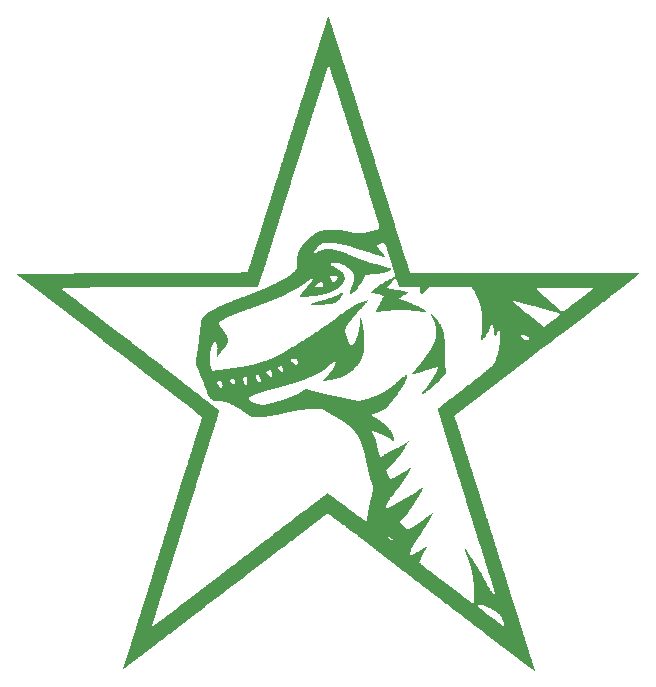
<source format=gto>
G04 #@! TF.GenerationSoftware,KiCad,Pcbnew,8.0.3*
G04 #@! TF.CreationDate,2024-07-11T09:34:10-07:00*
G04 #@! TF.ProjectId,mozilla-star-badge,6d6f7a69-6c6c-4612-9d73-7461722d6261,rev?*
G04 #@! TF.SameCoordinates,Original*
G04 #@! TF.FileFunction,Legend,Top*
G04 #@! TF.FilePolarity,Positive*
%FSLAX46Y46*%
G04 Gerber Fmt 4.6, Leading zero omitted, Abs format (unit mm)*
G04 Created by KiCad (PCBNEW 8.0.3) date 2024-07-11 09:34:10*
%MOMM*%
%LPD*%
G01*
G04 APERTURE LIST*
%ADD10C,0.000000*%
%ADD11C,0.100000*%
G04 APERTURE END LIST*
D10*
G36*
X61230195Y-66152273D02*
G01*
X61199042Y-66229516D01*
X61145030Y-66335907D01*
X61073412Y-66460127D01*
X61026033Y-66535492D01*
X60978711Y-66605209D01*
X60930879Y-66669503D01*
X60881975Y-66728605D01*
X60831431Y-66782740D01*
X60778682Y-66832136D01*
X60723165Y-66877022D01*
X60664312Y-66917624D01*
X60601559Y-66954171D01*
X60534341Y-66986890D01*
X60462093Y-67016008D01*
X60384249Y-67041755D01*
X60300243Y-67064356D01*
X60209512Y-67084039D01*
X60111489Y-67101033D01*
X60005609Y-67115565D01*
X59891307Y-67127863D01*
X59768017Y-67138154D01*
X59635175Y-67146665D01*
X59492216Y-67153626D01*
X59338573Y-67159262D01*
X59165631Y-67163999D01*
X59011746Y-67166632D01*
X58876923Y-67167159D01*
X58761169Y-67165581D01*
X58664488Y-67161897D01*
X58586886Y-67156108D01*
X58528370Y-67148214D01*
X58488943Y-67138213D01*
X58468612Y-67126107D01*
X58467383Y-67111895D01*
X58485260Y-67095577D01*
X58516700Y-67079158D01*
X58564662Y-67058920D01*
X58627578Y-67035351D01*
X58703877Y-67008941D01*
X58791990Y-66980179D01*
X58890348Y-66949554D01*
X58997379Y-66917555D01*
X59111516Y-66884672D01*
X59231188Y-66851394D01*
X59354825Y-66818211D01*
X59480859Y-66785611D01*
X59581981Y-66759063D01*
X59685577Y-66730167D01*
X59790664Y-66699275D01*
X59896260Y-66666735D01*
X60001381Y-66632900D01*
X60105047Y-66598119D01*
X60206274Y-66562744D01*
X60304080Y-66527125D01*
X60397482Y-66491612D01*
X60485498Y-66456556D01*
X60567145Y-66422308D01*
X60641442Y-66389219D01*
X60707405Y-66357638D01*
X60764052Y-66327917D01*
X60881336Y-66264540D01*
X60989059Y-66209593D01*
X61082666Y-66165145D01*
X61157601Y-66133266D01*
X61209309Y-66116027D01*
X61233233Y-66115496D01*
X61230195Y-66152273D01*
G37*
G36*
X68716915Y-67944439D02*
G01*
X68766435Y-67976558D01*
X68831159Y-68030325D01*
X68910587Y-68105741D01*
X69004222Y-68202806D01*
X69111566Y-68321522D01*
X69171317Y-68391446D01*
X69228275Y-68462321D01*
X69282467Y-68534237D01*
X69333922Y-68607285D01*
X69382665Y-68681556D01*
X69428725Y-68757140D01*
X69472129Y-68834129D01*
X69512906Y-68912612D01*
X69551082Y-68992681D01*
X69586684Y-69074426D01*
X69619741Y-69157938D01*
X69650280Y-69243308D01*
X69678328Y-69330626D01*
X69703914Y-69419984D01*
X69727064Y-69511471D01*
X69747806Y-69605180D01*
X69766167Y-69701199D01*
X69782176Y-69799621D01*
X69795859Y-69900535D01*
X69807244Y-70004033D01*
X69816359Y-70110205D01*
X69823231Y-70219142D01*
X69827887Y-70330935D01*
X69830356Y-70445674D01*
X69830664Y-70563451D01*
X69828840Y-70684355D01*
X69827165Y-70778652D01*
X69826413Y-70878305D01*
X69826548Y-70982354D01*
X69827535Y-71089840D01*
X69829340Y-71199806D01*
X69831928Y-71311292D01*
X69835263Y-71423340D01*
X69839311Y-71534991D01*
X69844037Y-71645287D01*
X69849405Y-71753269D01*
X69855381Y-71857978D01*
X69861930Y-71958455D01*
X69869018Y-72053742D01*
X69876608Y-72142881D01*
X69884666Y-72224912D01*
X69952181Y-72862982D01*
X69927510Y-72933741D01*
X69897564Y-73003252D01*
X69524315Y-73408343D01*
X69460368Y-73475856D01*
X69388453Y-73548453D01*
X69309614Y-73625275D01*
X69224892Y-73705463D01*
X69135332Y-73788156D01*
X69041976Y-73872497D01*
X68945866Y-73957624D01*
X68848047Y-74042679D01*
X68749560Y-74126803D01*
X68651449Y-74209136D01*
X68554756Y-74288818D01*
X68460525Y-74364990D01*
X68369798Y-74436793D01*
X68283618Y-74503367D01*
X68203028Y-74563853D01*
X68129071Y-74617392D01*
X68062791Y-74663123D01*
X68005228Y-74700188D01*
X67957428Y-74727727D01*
X67920432Y-74744880D01*
X67895283Y-74750789D01*
X67872691Y-74714186D01*
X67907174Y-74626238D01*
X67930161Y-74591190D01*
X67966867Y-74539079D01*
X68015398Y-74472433D01*
X68073858Y-74393783D01*
X68140352Y-74305659D01*
X68212987Y-74210589D01*
X68289868Y-74111104D01*
X68369099Y-74009734D01*
X68432583Y-73926776D01*
X68497636Y-73837614D01*
X68563628Y-73743361D01*
X68629929Y-73645131D01*
X68695909Y-73544037D01*
X68760937Y-73441192D01*
X68824384Y-73337708D01*
X68885620Y-73234699D01*
X68944014Y-73133279D01*
X68998937Y-73034559D01*
X69049758Y-72939655D01*
X69095847Y-72849677D01*
X69136574Y-72765740D01*
X69171309Y-72688958D01*
X69199422Y-72620441D01*
X69220283Y-72561305D01*
X69233262Y-72512662D01*
X69237728Y-72475626D01*
X69224432Y-72463796D01*
X69186121Y-72461323D01*
X69125162Y-72467673D01*
X69043919Y-72482310D01*
X68944759Y-72504697D01*
X68830047Y-72534299D01*
X68702149Y-72570581D01*
X68563431Y-72613007D01*
X68416259Y-72661041D01*
X68224745Y-72725070D01*
X68050080Y-72782615D01*
X67891770Y-72833781D01*
X67749322Y-72878674D01*
X67622241Y-72917401D01*
X67510032Y-72950067D01*
X67412201Y-72976778D01*
X67328254Y-72997642D01*
X67257696Y-73012764D01*
X67200034Y-73022250D01*
X67154772Y-73026206D01*
X67121417Y-73024739D01*
X67099474Y-73017955D01*
X67088449Y-73005959D01*
X67087847Y-72988859D01*
X67097174Y-72966760D01*
X67115936Y-72939768D01*
X67134184Y-72916830D01*
X67162118Y-72881820D01*
X67198993Y-72835671D01*
X67244063Y-72779311D01*
X67296584Y-72713672D01*
X67355808Y-72639683D01*
X67420991Y-72558276D01*
X67491388Y-72470380D01*
X67566253Y-72376926D01*
X67644841Y-72278844D01*
X67726405Y-72177065D01*
X67810202Y-72072520D01*
X67895485Y-71966137D01*
X67957988Y-71887091D01*
X68021361Y-71804855D01*
X68085255Y-71719959D01*
X68149317Y-71632936D01*
X68213200Y-71544319D01*
X68276551Y-71454638D01*
X68339022Y-71364428D01*
X68400262Y-71274218D01*
X68459920Y-71184543D01*
X68517647Y-71095932D01*
X68573092Y-71008920D01*
X68625906Y-70924038D01*
X68675737Y-70841817D01*
X68722236Y-70762790D01*
X68765053Y-70687490D01*
X68803837Y-70616448D01*
X68838238Y-70550196D01*
X68867906Y-70489266D01*
X68923235Y-70369163D01*
X68971005Y-70260724D01*
X69011614Y-70161959D01*
X69045458Y-70070879D01*
X69072934Y-69985493D01*
X69094440Y-69903810D01*
X69110373Y-69823841D01*
X69121130Y-69743594D01*
X69127107Y-69661081D01*
X69128701Y-69574310D01*
X69126311Y-69481291D01*
X69120332Y-69380035D01*
X69111163Y-69268550D01*
X69099305Y-69162199D01*
X69083139Y-69055548D01*
X69062990Y-68949714D01*
X69039183Y-68845810D01*
X69012042Y-68744951D01*
X68981891Y-68648252D01*
X68949054Y-68556828D01*
X68913856Y-68471793D01*
X68876622Y-68394263D01*
X68837676Y-68325352D01*
X68776502Y-68221781D01*
X68731810Y-68137217D01*
X68699420Y-68067181D01*
X68681590Y-67985243D01*
X68682491Y-67934771D01*
X68683088Y-67933975D01*
X68683096Y-67933965D01*
X68716915Y-67944439D01*
G37*
G36*
X59966142Y-42721249D02*
G01*
X59968095Y-42724013D01*
X59970545Y-42728374D01*
X59973490Y-42734323D01*
X59976927Y-42741850D01*
X59980852Y-42750944D01*
X59985262Y-42761596D01*
X59990155Y-42773796D01*
X59995527Y-42787534D01*
X60001374Y-42802801D01*
X60007695Y-42819585D01*
X60014485Y-42837879D01*
X60021741Y-42857670D01*
X60029461Y-42878951D01*
X60037641Y-42901710D01*
X60046279Y-42925938D01*
X60055370Y-42951626D01*
X60064912Y-42978762D01*
X60074901Y-43007338D01*
X60085335Y-43037343D01*
X60096211Y-43068768D01*
X60107524Y-43101602D01*
X60119273Y-43135836D01*
X60131453Y-43171461D01*
X60144063Y-43208465D01*
X60157098Y-43246839D01*
X60170555Y-43286573D01*
X60184432Y-43327658D01*
X60198725Y-43370084D01*
X60213431Y-43413840D01*
X60228547Y-43458917D01*
X60244069Y-43505304D01*
X60259995Y-43552993D01*
X60276322Y-43601973D01*
X60293046Y-43652234D01*
X60310165Y-43703766D01*
X60327674Y-43756560D01*
X60345571Y-43810605D01*
X60363853Y-43865892D01*
X60382517Y-43922411D01*
X60401559Y-43980152D01*
X60420976Y-44039105D01*
X60440766Y-44099260D01*
X60460924Y-44160608D01*
X60481449Y-44223137D01*
X60502336Y-44286840D01*
X60523583Y-44351705D01*
X60545186Y-44417723D01*
X60567143Y-44484884D01*
X60589450Y-44553178D01*
X60612103Y-44622595D01*
X60635101Y-44693125D01*
X60658440Y-44764759D01*
X60682116Y-44837486D01*
X60706126Y-44911297D01*
X60730468Y-44986181D01*
X60755138Y-45062130D01*
X60780133Y-45139132D01*
X60805450Y-45217179D01*
X60831086Y-45296260D01*
X60857037Y-45376365D01*
X60883301Y-45457485D01*
X60909874Y-45539609D01*
X60936753Y-45622728D01*
X60963935Y-45706832D01*
X60991417Y-45791911D01*
X61019196Y-45877955D01*
X61047268Y-45964954D01*
X61075631Y-46052898D01*
X61104281Y-46141778D01*
X61133216Y-46231584D01*
X61162431Y-46322305D01*
X61191924Y-46413932D01*
X61221692Y-46506455D01*
X61251731Y-46599864D01*
X61282039Y-46694149D01*
X61312613Y-46789300D01*
X61343448Y-46885308D01*
X61374542Y-46982162D01*
X61405893Y-47079853D01*
X61437496Y-47178371D01*
X61469348Y-47277706D01*
X61501447Y-47377848D01*
X61533789Y-47478786D01*
X61566372Y-47580512D01*
X61599191Y-47683016D01*
X61632245Y-47786287D01*
X61665529Y-47890315D01*
X61699040Y-47995092D01*
X61732776Y-48100606D01*
X61766733Y-48206848D01*
X61800909Y-48313808D01*
X61835299Y-48421477D01*
X61869902Y-48529843D01*
X61904713Y-48638899D01*
X61939729Y-48748632D01*
X61974948Y-48859035D01*
X62010366Y-48970096D01*
X62045981Y-49081806D01*
X62081788Y-49194156D01*
X62117785Y-49307134D01*
X62153969Y-49420732D01*
X62190337Y-49534939D01*
X62226885Y-49649746D01*
X62263610Y-49765143D01*
X62300509Y-49881119D01*
X62337579Y-49997665D01*
X62374817Y-50114771D01*
X62412220Y-50232428D01*
X62449785Y-50350624D01*
X62487507Y-50469351D01*
X62525385Y-50588599D01*
X62563416Y-50708357D01*
X62601595Y-50828616D01*
X62639920Y-50949365D01*
X62678387Y-51070596D01*
X62716995Y-51192298D01*
X62755738Y-51314461D01*
X62794615Y-51437075D01*
X62833622Y-51560131D01*
X62872756Y-51683619D01*
X62912014Y-51807528D01*
X62951392Y-51931849D01*
X62990888Y-52056572D01*
X63030499Y-52181687D01*
X63070220Y-52307184D01*
X63110050Y-52433054D01*
X63149985Y-52559286D01*
X63190022Y-52685870D01*
X63230157Y-52812797D01*
X63270388Y-52940057D01*
X63310711Y-53067640D01*
X63351123Y-53195536D01*
X63391622Y-53323735D01*
X63432203Y-53452228D01*
X63472865Y-53581004D01*
X63513603Y-53710053D01*
X63554414Y-53839366D01*
X63595296Y-53968933D01*
X63636245Y-54098743D01*
X63677258Y-54228788D01*
X63718333Y-54359057D01*
X63759465Y-54489540D01*
X63800651Y-54620227D01*
X63841889Y-54751109D01*
X63883176Y-54882175D01*
X63924508Y-55013416D01*
X63965882Y-55144822D01*
X64007295Y-55276383D01*
X64048743Y-55408089D01*
X64090225Y-55539931D01*
X64131735Y-55671897D01*
X64173273Y-55803979D01*
X64214833Y-55936167D01*
X64256414Y-56068450D01*
X64298011Y-56200819D01*
X64339622Y-56333264D01*
X64381244Y-56465776D01*
X64422874Y-56598343D01*
X64464508Y-56730956D01*
X64506143Y-56863606D01*
X64547776Y-56996283D01*
X64589404Y-57128976D01*
X64631024Y-57261676D01*
X64672632Y-57394373D01*
X64714226Y-57527057D01*
X64755802Y-57659718D01*
X64797358Y-57792346D01*
X64838890Y-57924931D01*
X64880394Y-58057464D01*
X64921869Y-58189935D01*
X64963310Y-58322334D01*
X65004714Y-58454650D01*
X65046079Y-58586874D01*
X65087401Y-58718997D01*
X65128677Y-58851007D01*
X65169904Y-58982896D01*
X65211079Y-59114654D01*
X65252199Y-59246270D01*
X65293260Y-59377734D01*
X65334259Y-59509038D01*
X65375194Y-59640170D01*
X65416060Y-59771122D01*
X65456856Y-59901883D01*
X65497577Y-60032443D01*
X65538221Y-60162792D01*
X65578784Y-60292921D01*
X65619264Y-60422820D01*
X65659657Y-60552478D01*
X65699960Y-60681886D01*
X65740170Y-60811035D01*
X65780284Y-60939913D01*
X65820298Y-61068512D01*
X65860210Y-61196821D01*
X65900016Y-61324831D01*
X65939713Y-61452531D01*
X65979299Y-61579912D01*
X66018769Y-61706964D01*
X66058121Y-61833677D01*
X66097352Y-61960041D01*
X66136458Y-62086047D01*
X66175437Y-62211683D01*
X66214284Y-62336941D01*
X66252998Y-62461811D01*
X66291575Y-62586282D01*
X66330011Y-62710346D01*
X66368304Y-62833991D01*
X66406450Y-62957208D01*
X66444447Y-63079988D01*
X66482291Y-63202319D01*
X66519979Y-63324194D01*
X66881740Y-64494324D01*
X76640819Y-64494324D01*
X86399898Y-64494324D01*
X85854939Y-64917554D01*
X85844637Y-64925542D01*
X85832284Y-64935098D01*
X85817897Y-64946209D01*
X85801496Y-64958862D01*
X85783098Y-64973041D01*
X85762722Y-64988733D01*
X85740385Y-65005925D01*
X85716105Y-65024602D01*
X85689902Y-65044751D01*
X85661792Y-65066357D01*
X85631794Y-65089408D01*
X85599927Y-65113887D01*
X85566208Y-65139783D01*
X85530655Y-65167082D01*
X85493287Y-65195768D01*
X85454121Y-65225829D01*
X85413176Y-65257250D01*
X85370470Y-65290018D01*
X85326021Y-65324118D01*
X85279847Y-65359538D01*
X85231967Y-65396262D01*
X85182397Y-65434277D01*
X85131158Y-65473570D01*
X85078266Y-65514126D01*
X85023739Y-65555931D01*
X84967597Y-65598972D01*
X84909857Y-65643234D01*
X84850537Y-65688705D01*
X84789655Y-65735369D01*
X84727229Y-65783213D01*
X84663278Y-65832224D01*
X84597820Y-65882386D01*
X84530872Y-65933687D01*
X84462454Y-65986113D01*
X84392582Y-66039649D01*
X84321275Y-66094282D01*
X84248552Y-66149998D01*
X84174430Y-66206782D01*
X84098928Y-66264622D01*
X84022063Y-66323503D01*
X83943854Y-66383412D01*
X83864319Y-66444333D01*
X83783476Y-66506255D01*
X83701344Y-66569162D01*
X83617939Y-66633041D01*
X83533281Y-66697878D01*
X83447387Y-66763658D01*
X83360276Y-66830370D01*
X83271966Y-66897997D01*
X83182474Y-66966527D01*
X83091820Y-67035945D01*
X83000021Y-67106238D01*
X82907095Y-67177391D01*
X82813060Y-67249392D01*
X82717935Y-67322225D01*
X82621738Y-67395878D01*
X82524486Y-67470336D01*
X82426198Y-67545585D01*
X82326893Y-67621612D01*
X82226587Y-67698402D01*
X82125300Y-67775942D01*
X82023049Y-67854218D01*
X81919852Y-67933216D01*
X81815729Y-68012922D01*
X81710696Y-68093322D01*
X81604772Y-68174402D01*
X81497975Y-68256149D01*
X81390323Y-68338548D01*
X81281834Y-68421586D01*
X81172527Y-68505249D01*
X81062419Y-68589522D01*
X80951529Y-68674393D01*
X80839874Y-68759847D01*
X80727474Y-68845870D01*
X80614345Y-68932448D01*
X80500507Y-69019568D01*
X80385977Y-69107216D01*
X80270773Y-69195377D01*
X80154914Y-69284038D01*
X80038418Y-69373185D01*
X79921302Y-69462805D01*
X79807184Y-69550128D01*
X79803585Y-69552882D01*
X79685285Y-69643404D01*
X79566421Y-69734356D01*
X79447009Y-69825725D01*
X79327069Y-69917496D01*
X79206619Y-70009656D01*
X79085676Y-70102191D01*
X78964259Y-70195088D01*
X78842385Y-70288331D01*
X78720074Y-70381908D01*
X78597343Y-70475804D01*
X78474210Y-70570005D01*
X78350694Y-70664498D01*
X78226812Y-70759269D01*
X78214832Y-70768434D01*
X78102583Y-70854304D01*
X77978024Y-70949589D01*
X76670350Y-71949898D01*
X70646069Y-76558192D01*
X70793796Y-76973965D01*
X70796418Y-76981474D01*
X70799764Y-76991288D01*
X70803828Y-77003389D01*
X70808603Y-77017760D01*
X70814085Y-77034384D01*
X70820268Y-77053241D01*
X70827146Y-77074316D01*
X70834714Y-77097590D01*
X70842967Y-77123046D01*
X70851898Y-77150666D01*
X70861502Y-77180433D01*
X70871774Y-77212329D01*
X70882708Y-77246337D01*
X70894298Y-77282438D01*
X70906540Y-77320616D01*
X70919427Y-77360853D01*
X70932953Y-77403131D01*
X70947114Y-77447433D01*
X70961904Y-77493741D01*
X70977318Y-77542037D01*
X70993348Y-77592304D01*
X71009991Y-77644525D01*
X71027241Y-77698682D01*
X71045092Y-77754757D01*
X71063538Y-77812732D01*
X71082574Y-77872591D01*
X71102194Y-77934315D01*
X71122394Y-77997887D01*
X71143166Y-78063289D01*
X71164507Y-78130505D01*
X71186409Y-78199515D01*
X71208868Y-78270304D01*
X71231879Y-78342852D01*
X71255435Y-78417143D01*
X71279530Y-78493159D01*
X71304161Y-78570882D01*
X71329320Y-78650295D01*
X71355003Y-78731380D01*
X71381203Y-78814120D01*
X71407916Y-78898497D01*
X71435135Y-78984493D01*
X71462856Y-79072092D01*
X71491072Y-79161275D01*
X71519778Y-79252024D01*
X71548969Y-79344323D01*
X71578639Y-79438154D01*
X71608782Y-79533498D01*
X71639393Y-79630339D01*
X71670466Y-79728659D01*
X71701996Y-79828441D01*
X71733978Y-79929666D01*
X71766405Y-80032317D01*
X71799272Y-80136377D01*
X71832574Y-80241828D01*
X71866304Y-80348653D01*
X71900459Y-80456833D01*
X71935031Y-80566352D01*
X71970015Y-80677192D01*
X72005407Y-80789335D01*
X72041199Y-80902763D01*
X72077388Y-81017460D01*
X72113966Y-81133407D01*
X72150930Y-81250587D01*
X72188272Y-81368982D01*
X72225988Y-81488575D01*
X72264072Y-81609348D01*
X72302518Y-81731284D01*
X72341321Y-81854365D01*
X72380476Y-81978574D01*
X72419976Y-82103892D01*
X72459816Y-82230303D01*
X72499992Y-82357788D01*
X72540496Y-82486331D01*
X72581324Y-82615913D01*
X72622470Y-82746517D01*
X72663929Y-82878126D01*
X72705694Y-83010721D01*
X72747761Y-83144286D01*
X72790124Y-83278803D01*
X72832777Y-83414254D01*
X72875715Y-83550621D01*
X72918932Y-83687888D01*
X72962423Y-83826036D01*
X73006181Y-83965048D01*
X73050203Y-84104906D01*
X73094481Y-84245593D01*
X73139011Y-84387091D01*
X73183787Y-84529383D01*
X73228803Y-84672451D01*
X73274054Y-84816277D01*
X73319534Y-84960844D01*
X73365238Y-85106134D01*
X73411160Y-85252130D01*
X73457295Y-85398815D01*
X73503637Y-85546169D01*
X73550180Y-85694177D01*
X73596919Y-85842821D01*
X73643849Y-85992082D01*
X73690964Y-86141943D01*
X73738257Y-86292387D01*
X73785725Y-86443397D01*
X73833361Y-86594954D01*
X73881160Y-86747041D01*
X73929116Y-86899640D01*
X73977223Y-87052734D01*
X74025476Y-87206306D01*
X74073870Y-87360337D01*
X74122399Y-87514811D01*
X74171836Y-87672175D01*
X74221121Y-87829042D01*
X74270249Y-87985393D01*
X74319212Y-88141210D01*
X74368007Y-88296474D01*
X74416625Y-88451168D01*
X74465063Y-88605272D01*
X74513314Y-88758770D01*
X74561373Y-88911642D01*
X74609233Y-89063869D01*
X74656888Y-89215435D01*
X74704334Y-89366320D01*
X74751564Y-89516506D01*
X74798573Y-89665975D01*
X74845354Y-89814708D01*
X74891902Y-89962688D01*
X74938212Y-90109896D01*
X74984276Y-90256313D01*
X75030091Y-90401922D01*
X75075649Y-90546704D01*
X75120945Y-90690640D01*
X75165973Y-90833713D01*
X75210727Y-90975904D01*
X75255203Y-91117194D01*
X75299393Y-91257567D01*
X75343292Y-91397002D01*
X75386895Y-91535482D01*
X75430195Y-91672989D01*
X75473187Y-91809505D01*
X75515865Y-91945010D01*
X75558223Y-92079487D01*
X75600255Y-92212917D01*
X75641956Y-92345282D01*
X75683320Y-92476564D01*
X75724341Y-92606745D01*
X75765013Y-92735806D01*
X75805331Y-92863728D01*
X75845288Y-92990495D01*
X75884879Y-93116086D01*
X75924099Y-93240484D01*
X75962941Y-93363671D01*
X76001399Y-93485629D01*
X76039468Y-93606338D01*
X76077142Y-93725781D01*
X76114416Y-93843940D01*
X76151283Y-93960795D01*
X76187737Y-94076330D01*
X76223773Y-94190525D01*
X76259386Y-94303362D01*
X76294569Y-94414823D01*
X76329316Y-94524890D01*
X76363622Y-94633544D01*
X76397481Y-94740767D01*
X76430888Y-94846541D01*
X76463835Y-94950847D01*
X76496318Y-95053667D01*
X76528332Y-95154983D01*
X76559869Y-95254777D01*
X76590924Y-95353030D01*
X76621492Y-95449723D01*
X76651567Y-95544839D01*
X76681143Y-95638360D01*
X76710213Y-95730266D01*
X76738773Y-95820540D01*
X76766817Y-95909164D01*
X76794339Y-95996118D01*
X76821332Y-96081385D01*
X76847792Y-96164947D01*
X76873712Y-96246785D01*
X76899087Y-96326880D01*
X76923911Y-96405216D01*
X76948178Y-96481772D01*
X76971882Y-96556531D01*
X76995018Y-96629475D01*
X77017579Y-96700585D01*
X77039561Y-96769844D01*
X77060957Y-96837232D01*
X77081761Y-96902731D01*
X77101967Y-96966324D01*
X77121571Y-97027991D01*
X77140566Y-97087715D01*
X77158946Y-97145477D01*
X77176705Y-97201259D01*
X77193838Y-97255042D01*
X77210340Y-97306809D01*
X77226203Y-97356541D01*
X77241423Y-97404219D01*
X77255993Y-97449826D01*
X77269908Y-97493343D01*
X77283162Y-97534752D01*
X77295749Y-97574034D01*
X77307664Y-97611171D01*
X77318901Y-97646145D01*
X77329453Y-97678938D01*
X77339316Y-97709531D01*
X77348483Y-97737906D01*
X77356948Y-97764044D01*
X77364706Y-97787928D01*
X77371752Y-97809539D01*
X77378078Y-97828859D01*
X77383680Y-97845869D01*
X77388551Y-97860551D01*
X77392687Y-97872887D01*
X77396080Y-97882858D01*
X77398726Y-97890447D01*
X77400618Y-97895635D01*
X77439640Y-98023507D01*
X77448518Y-98112917D01*
X77425407Y-98144534D01*
X77422451Y-98143305D01*
X77416697Y-98139926D01*
X77408174Y-98134416D01*
X77396912Y-98126799D01*
X77382938Y-98117097D01*
X77366283Y-98105331D01*
X77346974Y-98091523D01*
X77325042Y-98075696D01*
X77300515Y-98057870D01*
X77273421Y-98038070D01*
X77243791Y-98016315D01*
X77211652Y-97992630D01*
X77177034Y-97967034D01*
X77139965Y-97939550D01*
X77100476Y-97910201D01*
X77058594Y-97879009D01*
X77014348Y-97845994D01*
X76967768Y-97811180D01*
X76918883Y-97774588D01*
X76867721Y-97736240D01*
X76814312Y-97696159D01*
X76758683Y-97654366D01*
X76700866Y-97610883D01*
X76640887Y-97565732D01*
X76578777Y-97518935D01*
X76514564Y-97470515D01*
X76448277Y-97420493D01*
X76379945Y-97368891D01*
X76309598Y-97315731D01*
X76237263Y-97261035D01*
X76162971Y-97204826D01*
X76086749Y-97147124D01*
X76008627Y-97087953D01*
X75928635Y-97027334D01*
X75846800Y-96965288D01*
X75763151Y-96901839D01*
X75677719Y-96837009D01*
X75590531Y-96770818D01*
X75501617Y-96703289D01*
X75411005Y-96634444D01*
X75318726Y-96564305D01*
X75224806Y-96492895D01*
X75129276Y-96420234D01*
X75032165Y-96346345D01*
X74933501Y-96271251D01*
X74898926Y-96244927D01*
X74833313Y-96194972D01*
X74731631Y-96117531D01*
X74628482Y-96038951D01*
X74523898Y-95959252D01*
X74417905Y-95878457D01*
X74310533Y-95796588D01*
X74201812Y-95713667D01*
X74091770Y-95629716D01*
X73980435Y-95544757D01*
X73867838Y-95458812D01*
X73754006Y-95371903D01*
X73638970Y-95284052D01*
X73522757Y-95195280D01*
X73405397Y-95105610D01*
X73286919Y-95015064D01*
X73167352Y-94923664D01*
X73046724Y-94831432D01*
X72925065Y-94738390D01*
X72802403Y-94644559D01*
X72678768Y-94549963D01*
X72554189Y-94454622D01*
X72428694Y-94358559D01*
X72302312Y-94261795D01*
X72249904Y-94221660D01*
X72175073Y-94164354D01*
X72047005Y-94066256D01*
X71918138Y-93967524D01*
X71788499Y-93868179D01*
X71658119Y-93768245D01*
X71527026Y-93667742D01*
X71395250Y-93566692D01*
X71262818Y-93465119D01*
X71129760Y-93363043D01*
X71033665Y-93289315D01*
X70937331Y-93215402D01*
X70840772Y-93141317D01*
X70744004Y-93067071D01*
X70647040Y-92992675D01*
X70549897Y-92918141D01*
X70452588Y-92843479D01*
X70355130Y-92768702D01*
X70257536Y-92693820D01*
X70237199Y-92678216D01*
X72641094Y-92678216D01*
X72651275Y-92694317D01*
X72673795Y-92719567D01*
X72707951Y-92753381D01*
X72753040Y-92795177D01*
X72808360Y-92844373D01*
X72873208Y-92900387D01*
X72946882Y-92962635D01*
X73028680Y-93030535D01*
X73117899Y-93103505D01*
X73213836Y-93180963D01*
X73315788Y-93262324D01*
X73423054Y-93347008D01*
X73534931Y-93434432D01*
X73650716Y-93524012D01*
X73769707Y-93615167D01*
X73897087Y-93711852D01*
X74020735Y-93804900D01*
X74139788Y-93893699D01*
X74253382Y-93977636D01*
X74360652Y-94056098D01*
X74460734Y-94128474D01*
X74552764Y-94194151D01*
X74635878Y-94252516D01*
X74709211Y-94302957D01*
X74771900Y-94344862D01*
X74823080Y-94377618D01*
X74861887Y-94400613D01*
X74887457Y-94413234D01*
X74898926Y-94414870D01*
X74902483Y-94388531D01*
X74894695Y-94331804D01*
X74876774Y-94249685D01*
X74849938Y-94147171D01*
X74815399Y-94029260D01*
X74774374Y-93900948D01*
X74748064Y-93826438D01*
X74719791Y-93755908D01*
X74689052Y-93688914D01*
X74655342Y-93625011D01*
X74618156Y-93563756D01*
X74576989Y-93504704D01*
X74531336Y-93447413D01*
X74480693Y-93391438D01*
X74424554Y-93336336D01*
X74362416Y-93281662D01*
X74293772Y-93226973D01*
X74218118Y-93171825D01*
X74134950Y-93115775D01*
X74043763Y-93058377D01*
X73944051Y-92999189D01*
X73835311Y-92937767D01*
X73717036Y-92873666D01*
X73588723Y-92806443D01*
X73449867Y-92735655D01*
X73357987Y-92693717D01*
X73262413Y-92657947D01*
X73165585Y-92628521D01*
X73069946Y-92605615D01*
X72977940Y-92589405D01*
X72892009Y-92580067D01*
X72779842Y-92579351D01*
X72695108Y-92595101D01*
X72646095Y-92627871D01*
X72641094Y-92678216D01*
X70237199Y-92678216D01*
X70159821Y-92618846D01*
X70062001Y-92543791D01*
X69964091Y-92468666D01*
X69866105Y-92393482D01*
X69768058Y-92318252D01*
X69669965Y-92242985D01*
X69571841Y-92167695D01*
X69473700Y-92092392D01*
X69375559Y-92017087D01*
X69277431Y-91941793D01*
X69179332Y-91866520D01*
X69081276Y-91791280D01*
X68983278Y-91716084D01*
X68885353Y-91640945D01*
X68787517Y-91565872D01*
X68689783Y-91490879D01*
X68592167Y-91415975D01*
X68494684Y-91341173D01*
X68397349Y-91266484D01*
X68300176Y-91191919D01*
X68203181Y-91117490D01*
X68106377Y-91043209D01*
X68009781Y-90969086D01*
X67913407Y-90895133D01*
X67817270Y-90821361D01*
X67721385Y-90747783D01*
X67625767Y-90674409D01*
X67530430Y-90601251D01*
X67435389Y-90528320D01*
X67340660Y-90455627D01*
X67246258Y-90383185D01*
X67152196Y-90311004D01*
X67058491Y-90239096D01*
X66965156Y-90167473D01*
X66872208Y-90096145D01*
X66779660Y-90025125D01*
X66687528Y-89954423D01*
X66595826Y-89884052D01*
X66504570Y-89814021D01*
X66413774Y-89744344D01*
X66323453Y-89675031D01*
X66233622Y-89606094D01*
X66144296Y-89537544D01*
X66055490Y-89469393D01*
X65967219Y-89401652D01*
X65879497Y-89334332D01*
X65792340Y-89267446D01*
X65705762Y-89201003D01*
X65619779Y-89135017D01*
X65534405Y-89069497D01*
X65449655Y-89004457D01*
X65406275Y-88971165D01*
X65365543Y-88939906D01*
X65282086Y-88875857D01*
X65199297Y-88812320D01*
X65117192Y-88749308D01*
X65035786Y-88686832D01*
X64955093Y-88624903D01*
X64875128Y-88563533D01*
X64795907Y-88502733D01*
X64717443Y-88442514D01*
X64639753Y-88382888D01*
X64562850Y-88323866D01*
X64486750Y-88265461D01*
X64411468Y-88207682D01*
X64337018Y-88150542D01*
X64263416Y-88094052D01*
X64190676Y-88038223D01*
X64118813Y-87983068D01*
X64047843Y-87928597D01*
X63977779Y-87874821D01*
X63908637Y-87821753D01*
X63840432Y-87769403D01*
X63773179Y-87717783D01*
X63706892Y-87666905D01*
X63641586Y-87616780D01*
X63577277Y-87567419D01*
X63513979Y-87518833D01*
X63451707Y-87471035D01*
X63390476Y-87424036D01*
X63330301Y-87377846D01*
X63271197Y-87332478D01*
X63213178Y-87287943D01*
X63156260Y-87244252D01*
X63100457Y-87201417D01*
X63045785Y-87159449D01*
X62992258Y-87118360D01*
X62939891Y-87078160D01*
X62888699Y-87038863D01*
X62838696Y-87000478D01*
X62789899Y-86963017D01*
X62742321Y-86926492D01*
X62695978Y-86890914D01*
X62650884Y-86856295D01*
X62636658Y-86845373D01*
X64996346Y-86845373D01*
X65045389Y-86904434D01*
X65153551Y-86994036D01*
X65252830Y-87064656D01*
X65340220Y-87116389D01*
X65406275Y-87144331D01*
X65441549Y-87143577D01*
X65453840Y-87099983D01*
X65429711Y-87041339D01*
X65377886Y-86975627D01*
X65307089Y-86910831D01*
X65226043Y-86854934D01*
X65143472Y-86815919D01*
X65068099Y-86801768D01*
X65004543Y-86812577D01*
X64996346Y-86845373D01*
X62636658Y-86845373D01*
X62607055Y-86822645D01*
X62564504Y-86789978D01*
X62523248Y-86758303D01*
X62483301Y-86727632D01*
X62444678Y-86697977D01*
X62314388Y-86597998D01*
X62185660Y-86499332D01*
X62058670Y-86402114D01*
X61933596Y-86306475D01*
X61810615Y-86212550D01*
X61689905Y-86120471D01*
X61571642Y-86030371D01*
X61456004Y-85942385D01*
X61343168Y-85856644D01*
X61233312Y-85773283D01*
X61126614Y-85692433D01*
X61023249Y-85614230D01*
X60923396Y-85538805D01*
X60827232Y-85466292D01*
X60734934Y-85396824D01*
X60646680Y-85330534D01*
X60562647Y-85267556D01*
X60483012Y-85208022D01*
X60407952Y-85152067D01*
X60337645Y-85099822D01*
X60272269Y-85051422D01*
X60212000Y-85006999D01*
X60157016Y-84966687D01*
X60107494Y-84930618D01*
X60063612Y-84898927D01*
X60025546Y-84871745D01*
X59993475Y-84849207D01*
X59967575Y-84831446D01*
X59948023Y-84818595D01*
X59934998Y-84810786D01*
X59928676Y-84808154D01*
X59927018Y-84808991D01*
X59923184Y-84811492D01*
X59917195Y-84815643D01*
X59909072Y-84821426D01*
X59898835Y-84828827D01*
X59886504Y-84837831D01*
X59872099Y-84848422D01*
X59855640Y-84860584D01*
X59837148Y-84874302D01*
X59816644Y-84889560D01*
X59794147Y-84906343D01*
X59769677Y-84924636D01*
X59743255Y-84944423D01*
X59714902Y-84965688D01*
X59684637Y-84988417D01*
X59652480Y-85012593D01*
X59618453Y-85038201D01*
X59582575Y-85065226D01*
X59544866Y-85093652D01*
X59505347Y-85123464D01*
X59464038Y-85154646D01*
X59420960Y-85187183D01*
X59376132Y-85221059D01*
X59329575Y-85256259D01*
X59281309Y-85292767D01*
X59231355Y-85330569D01*
X59179732Y-85369647D01*
X59126462Y-85409988D01*
X59071563Y-85451575D01*
X59015058Y-85494393D01*
X58956964Y-85538427D01*
X58897304Y-85583661D01*
X58836098Y-85630079D01*
X58773365Y-85677666D01*
X58709125Y-85726407D01*
X58643400Y-85776286D01*
X58576210Y-85827288D01*
X58507574Y-85879397D01*
X58437513Y-85932598D01*
X58366047Y-85986875D01*
X58293197Y-86042213D01*
X58218982Y-86098597D01*
X58143424Y-86156010D01*
X58066542Y-86214437D01*
X57988356Y-86273864D01*
X57908888Y-86334274D01*
X57828156Y-86395651D01*
X57746182Y-86457982D01*
X57662985Y-86521249D01*
X57578587Y-86585438D01*
X57493007Y-86650533D01*
X57406265Y-86716519D01*
X57318382Y-86783379D01*
X57229378Y-86851100D01*
X57139273Y-86919664D01*
X57048088Y-86989058D01*
X56955843Y-87059264D01*
X56862558Y-87130268D01*
X56768253Y-87202055D01*
X56672949Y-87274609D01*
X56576666Y-87347913D01*
X56479424Y-87421954D01*
X56381244Y-87496715D01*
X56282145Y-87572181D01*
X56182149Y-87648337D01*
X56081274Y-87725166D01*
X55979543Y-87802654D01*
X55876974Y-87880785D01*
X55773588Y-87959544D01*
X55669405Y-88038915D01*
X55564447Y-88118882D01*
X55458732Y-88199430D01*
X55352281Y-88280545D01*
X55245115Y-88362209D01*
X55137254Y-88444408D01*
X55028717Y-88527127D01*
X54919526Y-88610349D01*
X54809701Y-88694059D01*
X54699261Y-88778243D01*
X54588227Y-88862884D01*
X54476620Y-88947966D01*
X54364459Y-89033475D01*
X54251766Y-89119395D01*
X54138559Y-89205711D01*
X54024860Y-89292407D01*
X53910689Y-89379467D01*
X53796066Y-89466876D01*
X53681010Y-89554619D01*
X53565544Y-89642680D01*
X53449686Y-89731043D01*
X53333458Y-89819694D01*
X53216879Y-89908616D01*
X53099969Y-89997795D01*
X52982749Y-90087215D01*
X52865240Y-90176859D01*
X52747461Y-90266714D01*
X52629432Y-90356763D01*
X52511175Y-90446991D01*
X52392709Y-90537382D01*
X52274054Y-90627921D01*
X52155232Y-90718593D01*
X52036261Y-90809381D01*
X51917163Y-90900271D01*
X51797957Y-90991247D01*
X51678664Y-91082294D01*
X51559304Y-91173396D01*
X51439898Y-91264537D01*
X51320466Y-91355703D01*
X51201027Y-91446877D01*
X51081603Y-91538044D01*
X50962213Y-91629190D01*
X50842878Y-91720297D01*
X50723618Y-91811351D01*
X50604454Y-91902337D01*
X50485405Y-91993238D01*
X50366492Y-92084040D01*
X50247735Y-92174727D01*
X50129154Y-92265283D01*
X50010771Y-92355693D01*
X49892604Y-92445941D01*
X49774674Y-92536013D01*
X49657002Y-92625892D01*
X49539608Y-92715563D01*
X49422512Y-92805011D01*
X49305734Y-92894219D01*
X49189295Y-92983174D01*
X49073214Y-93071859D01*
X48957513Y-93160258D01*
X48842211Y-93248356D01*
X48727329Y-93336139D01*
X48612887Y-93423589D01*
X48498905Y-93510693D01*
X48385403Y-93597434D01*
X48272402Y-93683796D01*
X48159923Y-93769765D01*
X48047984Y-93855325D01*
X47936607Y-93940461D01*
X47825812Y-94025156D01*
X47715620Y-94109396D01*
X47606049Y-94193165D01*
X47497122Y-94276447D01*
X47388857Y-94359228D01*
X47281275Y-94441491D01*
X47174397Y-94523221D01*
X47068243Y-94604403D01*
X46962832Y-94685021D01*
X46858186Y-94765060D01*
X46754325Y-94844504D01*
X46651268Y-94923338D01*
X46549037Y-95001546D01*
X46447651Y-95079114D01*
X46347131Y-95156024D01*
X46247496Y-95232262D01*
X46148768Y-95307813D01*
X46050966Y-95382661D01*
X45954111Y-95456790D01*
X45858223Y-95530185D01*
X45763322Y-95602831D01*
X45669429Y-95674711D01*
X45576564Y-95745812D01*
X45484747Y-95816116D01*
X45393998Y-95885609D01*
X45304338Y-95954275D01*
X45215786Y-96022099D01*
X45128364Y-96089066D01*
X45092836Y-96116283D01*
X45042092Y-96155158D01*
X44956989Y-96220363D01*
X44873076Y-96284663D01*
X44790373Y-96348043D01*
X44708901Y-96410488D01*
X44628680Y-96471983D01*
X44549730Y-96532511D01*
X44472071Y-96592058D01*
X44395724Y-96650608D01*
X44320709Y-96708145D01*
X44247046Y-96764655D01*
X44174755Y-96820121D01*
X44103857Y-96874528D01*
X44034372Y-96927860D01*
X43966321Y-96980103D01*
X43899723Y-97031240D01*
X43834599Y-97081257D01*
X43770968Y-97130137D01*
X43708853Y-97177866D01*
X43648271Y-97224427D01*
X43589245Y-97269806D01*
X43531794Y-97313986D01*
X43475938Y-97356953D01*
X43421699Y-97398691D01*
X43369095Y-97439184D01*
X43318147Y-97478417D01*
X43268876Y-97516374D01*
X43221301Y-97553041D01*
X43175444Y-97588401D01*
X43131324Y-97622439D01*
X43088962Y-97655140D01*
X43048377Y-97686487D01*
X43009591Y-97716467D01*
X42972623Y-97745062D01*
X42937494Y-97772259D01*
X42904224Y-97798040D01*
X42872833Y-97822391D01*
X42843341Y-97845297D01*
X42815770Y-97866741D01*
X42790138Y-97886708D01*
X42766467Y-97905184D01*
X42744776Y-97922152D01*
X42725086Y-97937596D01*
X42707418Y-97951502D01*
X42691791Y-97963854D01*
X42678225Y-97974637D01*
X42641974Y-97995941D01*
X42621481Y-97988440D01*
X42616851Y-97950537D01*
X42628188Y-97880638D01*
X42655598Y-97777148D01*
X42699185Y-97638471D01*
X42701707Y-97630768D01*
X42704944Y-97620784D01*
X42708890Y-97608537D01*
X42713540Y-97594044D01*
X42718888Y-97577322D01*
X42724929Y-97558389D01*
X42731658Y-97537262D01*
X42739069Y-97513958D01*
X42747157Y-97488495D01*
X42755916Y-97460889D01*
X42765341Y-97431158D01*
X42775427Y-97399319D01*
X42786167Y-97365390D01*
X42797558Y-97329387D01*
X42809592Y-97291328D01*
X42822265Y-97251231D01*
X42835572Y-97209112D01*
X42849506Y-97164989D01*
X42864063Y-97118878D01*
X42879238Y-97070798D01*
X42895024Y-97020765D01*
X42911416Y-96968797D01*
X42928409Y-96914911D01*
X42945997Y-96859124D01*
X42964175Y-96801454D01*
X42982938Y-96741917D01*
X43002280Y-96680531D01*
X43022196Y-96617314D01*
X43042680Y-96552282D01*
X43063727Y-96485453D01*
X43085332Y-96416843D01*
X43107488Y-96346471D01*
X43130191Y-96274354D01*
X43153436Y-96200508D01*
X43177216Y-96124951D01*
X43201526Y-96047701D01*
X43226361Y-95968774D01*
X43251716Y-95888188D01*
X43277585Y-95805960D01*
X43303963Y-95722107D01*
X43330843Y-95636646D01*
X43358222Y-95549596D01*
X43386093Y-95460972D01*
X43414451Y-95370793D01*
X43443290Y-95279075D01*
X43472606Y-95185836D01*
X43502392Y-95091093D01*
X43532644Y-94994864D01*
X43563355Y-94897165D01*
X43594521Y-94798013D01*
X43626136Y-94697427D01*
X43658195Y-94595423D01*
X43690691Y-94492019D01*
X43723621Y-94387232D01*
X43756977Y-94281078D01*
X43790756Y-94173576D01*
X43824951Y-94064743D01*
X43859557Y-93954595D01*
X43894569Y-93843151D01*
X43929981Y-93730426D01*
X43965788Y-93616440D01*
X44001984Y-93501208D01*
X44038564Y-93384749D01*
X44075522Y-93267078D01*
X44112854Y-93148215D01*
X44150553Y-93028175D01*
X44188615Y-92906976D01*
X44227033Y-92784636D01*
X44265803Y-92661171D01*
X44304919Y-92536600D01*
X44344375Y-92410938D01*
X44384167Y-92284204D01*
X44424288Y-92156414D01*
X44464734Y-92027586D01*
X44505498Y-91897738D01*
X44546576Y-91766886D01*
X44587962Y-91635047D01*
X44629650Y-91502239D01*
X44671636Y-91368480D01*
X44713913Y-91233786D01*
X44756477Y-91098175D01*
X44799322Y-90961663D01*
X44842442Y-90824269D01*
X44885832Y-90686009D01*
X44929487Y-90546901D01*
X44973401Y-90406962D01*
X45017569Y-90266209D01*
X45061985Y-90124659D01*
X45106645Y-89982331D01*
X45151541Y-89839240D01*
X45196670Y-89695404D01*
X45242026Y-89550841D01*
X45287603Y-89405567D01*
X45333395Y-89259601D01*
X45379399Y-89112958D01*
X45425607Y-88965658D01*
X45472014Y-88817715D01*
X45518616Y-88669149D01*
X45565407Y-88519976D01*
X45612381Y-88370214D01*
X45659533Y-88219879D01*
X45706857Y-88068990D01*
X45754348Y-87917562D01*
X45802001Y-87765614D01*
X45849810Y-87613163D01*
X45897770Y-87460226D01*
X45945876Y-87306820D01*
X45994121Y-87152963D01*
X46042501Y-86998671D01*
X46092708Y-86838555D01*
X46142747Y-86678996D01*
X46192609Y-86520013D01*
X46242291Y-86361624D01*
X46291784Y-86203848D01*
X46341085Y-86046703D01*
X46390187Y-85890209D01*
X46439084Y-85734384D01*
X46487770Y-85579246D01*
X46536239Y-85424815D01*
X46584485Y-85271109D01*
X46632503Y-85118146D01*
X46680287Y-84965945D01*
X46727831Y-84814525D01*
X46775128Y-84663904D01*
X46822173Y-84514101D01*
X46868961Y-84365136D01*
X46915484Y-84217025D01*
X46961738Y-84069788D01*
X47007717Y-83923445D01*
X47053414Y-83778012D01*
X47098824Y-83633509D01*
X47143940Y-83489955D01*
X47188758Y-83347368D01*
X47233270Y-83205767D01*
X47277472Y-83065170D01*
X47321357Y-82925596D01*
X47364919Y-82787065D01*
X47408153Y-82649593D01*
X47451053Y-82513201D01*
X47493612Y-82377906D01*
X47535825Y-82243728D01*
X47577686Y-82110684D01*
X47619189Y-81978794D01*
X47660329Y-81848077D01*
X47701098Y-81718550D01*
X47741493Y-81590233D01*
X47781505Y-81463144D01*
X47821131Y-81337302D01*
X47860363Y-81212725D01*
X47899196Y-81089433D01*
X47937625Y-80967443D01*
X47975642Y-80846774D01*
X48013243Y-80727446D01*
X48050421Y-80609476D01*
X48087170Y-80492883D01*
X48123485Y-80377687D01*
X48159360Y-80263905D01*
X48194789Y-80151556D01*
X48229766Y-80040659D01*
X48264285Y-79931233D01*
X48298340Y-79823295D01*
X48331925Y-79716866D01*
X48365035Y-79611963D01*
X48397664Y-79508605D01*
X48429805Y-79406811D01*
X48461453Y-79306599D01*
X48492601Y-79207988D01*
X48523245Y-79110997D01*
X48553378Y-79015644D01*
X48582995Y-78921948D01*
X48612088Y-78829927D01*
X48640653Y-78739601D01*
X48668684Y-78650987D01*
X48696175Y-78564105D01*
X48723119Y-78478973D01*
X48749511Y-78395610D01*
X48775346Y-78314035D01*
X48800617Y-78234265D01*
X48825317Y-78156320D01*
X48849443Y-78080219D01*
X48872987Y-78005979D01*
X48895944Y-77933620D01*
X48918307Y-77863160D01*
X48940071Y-77794618D01*
X48961231Y-77728013D01*
X48981779Y-77663363D01*
X49001711Y-77600687D01*
X49021020Y-77540003D01*
X49039701Y-77481330D01*
X49057747Y-77424687D01*
X49075153Y-77370093D01*
X49091913Y-77317565D01*
X49108021Y-77267123D01*
X49123471Y-77218786D01*
X49138257Y-77172571D01*
X49152374Y-77128498D01*
X49165814Y-77086585D01*
X49178574Y-77046851D01*
X49190646Y-77009315D01*
X49202025Y-76973995D01*
X49212705Y-76940909D01*
X49222680Y-76910077D01*
X49231944Y-76881517D01*
X49240491Y-76855248D01*
X49248315Y-76831288D01*
X49255412Y-76809656D01*
X49261773Y-76790371D01*
X49267395Y-76773451D01*
X49272270Y-76758915D01*
X49276393Y-76746782D01*
X49279759Y-76737070D01*
X49282360Y-76729798D01*
X49284192Y-76724984D01*
X49285248Y-76722647D01*
X49282898Y-76707038D01*
X49264864Y-76679922D01*
X49232164Y-76642209D01*
X49185817Y-76594806D01*
X49126843Y-76538622D01*
X49056259Y-76474565D01*
X48975087Y-76403543D01*
X48884343Y-76326465D01*
X48785048Y-76244238D01*
X48678221Y-76157770D01*
X48564879Y-76067971D01*
X48446044Y-75975748D01*
X48430067Y-75963478D01*
X48412146Y-75949723D01*
X48392300Y-75934496D01*
X48370546Y-75917811D01*
X48346904Y-75899681D01*
X48321390Y-75880122D01*
X48294024Y-75859146D01*
X48264824Y-75836769D01*
X48233807Y-75813002D01*
X48200992Y-75787862D01*
X48166397Y-75761361D01*
X48130041Y-75733513D01*
X48091941Y-75704333D01*
X48052116Y-75673834D01*
X48010584Y-75642030D01*
X47967363Y-75608935D01*
X47922472Y-75574564D01*
X47875928Y-75538929D01*
X47827751Y-75502046D01*
X47777957Y-75463927D01*
X47726565Y-75424587D01*
X47673595Y-75384040D01*
X47619062Y-75342300D01*
X47562987Y-75299380D01*
X47505387Y-75255295D01*
X47446280Y-75210058D01*
X47385685Y-75163684D01*
X47323620Y-75116186D01*
X47260102Y-75067578D01*
X47195151Y-75017874D01*
X47128784Y-74967089D01*
X47061020Y-74915235D01*
X46991877Y-74862328D01*
X46921373Y-74808380D01*
X46849526Y-74753407D01*
X46776354Y-74697421D01*
X46701876Y-74640437D01*
X46626110Y-74582468D01*
X46549074Y-74523529D01*
X46470787Y-74463633D01*
X46391266Y-74402795D01*
X46310530Y-74341029D01*
X46228597Y-74278347D01*
X46145484Y-74214765D01*
X46061212Y-74150296D01*
X45975797Y-74084954D01*
X45889257Y-74018753D01*
X45801612Y-73951707D01*
X45712879Y-73883829D01*
X45623076Y-73815135D01*
X45532223Y-73745637D01*
X45440336Y-73675350D01*
X45347434Y-73604288D01*
X45253535Y-73532464D01*
X45158658Y-73459892D01*
X45062820Y-73386587D01*
X44966041Y-73312562D01*
X44868337Y-73237832D01*
X44769728Y-73162409D01*
X44670232Y-73086309D01*
X44569866Y-73009545D01*
X44468650Y-72932130D01*
X44366600Y-72854080D01*
X44263736Y-72775407D01*
X44160076Y-72696127D01*
X44055637Y-72616251D01*
X43950439Y-72535796D01*
X43844498Y-72454774D01*
X43737835Y-72373199D01*
X43630466Y-72291086D01*
X43522409Y-72208448D01*
X43413684Y-72125300D01*
X43304309Y-72041654D01*
X43194300Y-71957526D01*
X43083678Y-71872929D01*
X42972460Y-71787877D01*
X42860663Y-71702383D01*
X42748307Y-71616463D01*
X42635410Y-71530129D01*
X42521990Y-71443396D01*
X42408064Y-71356278D01*
X42293652Y-71268788D01*
X42178771Y-71180941D01*
X42063440Y-71092750D01*
X41947677Y-71004229D01*
X41831500Y-70915393D01*
X41714927Y-70826255D01*
X41597977Y-70736829D01*
X41480667Y-70647130D01*
X41363016Y-70557170D01*
X41245043Y-70466964D01*
X41126765Y-70376526D01*
X41008200Y-70285870D01*
X40889367Y-70195009D01*
X40770284Y-70103959D01*
X40650970Y-70012732D01*
X40531442Y-69921342D01*
X35226947Y-65865598D01*
X37388383Y-65865598D01*
X37467236Y-65904886D01*
X37473525Y-65907708D01*
X37482614Y-65912717D01*
X37494469Y-65919886D01*
X37509054Y-65929187D01*
X37526335Y-65940594D01*
X37546276Y-65954080D01*
X37568844Y-65969618D01*
X37594002Y-65987180D01*
X37621715Y-66006740D01*
X37651950Y-66028271D01*
X37684671Y-66051745D01*
X37719843Y-66077137D01*
X37757431Y-66104418D01*
X37797400Y-66133563D01*
X37839715Y-66164543D01*
X37884342Y-66197332D01*
X37931245Y-66231904D01*
X37980389Y-66268230D01*
X38031740Y-66306285D01*
X38085262Y-66346041D01*
X38140921Y-66387471D01*
X38198682Y-66430548D01*
X38258510Y-66475245D01*
X38320369Y-66521536D01*
X38384225Y-66569393D01*
X38450043Y-66618789D01*
X38517788Y-66669698D01*
X38587426Y-66722092D01*
X38658920Y-66775944D01*
X38732237Y-66831228D01*
X38807340Y-66887917D01*
X38884196Y-66945983D01*
X38962770Y-67005399D01*
X39043026Y-67066140D01*
X39124929Y-67128176D01*
X39208446Y-67191483D01*
X39293539Y-67256032D01*
X39380176Y-67321797D01*
X39468320Y-67388750D01*
X39557937Y-67456866D01*
X39648992Y-67526116D01*
X39741450Y-67596474D01*
X39835276Y-67667913D01*
X39930435Y-67740406D01*
X40026892Y-67813925D01*
X40124612Y-67888445D01*
X40223561Y-67963938D01*
X40323703Y-68040377D01*
X40425004Y-68117735D01*
X40527428Y-68195985D01*
X40630940Y-68275100D01*
X40735506Y-68355053D01*
X40841091Y-68435818D01*
X40947659Y-68517367D01*
X41055177Y-68599673D01*
X41163608Y-68682709D01*
X41272918Y-68766449D01*
X41383072Y-68850865D01*
X41494035Y-68935930D01*
X41605773Y-69021618D01*
X41718249Y-69107901D01*
X41831430Y-69194753D01*
X41945280Y-69282146D01*
X42059764Y-69370054D01*
X42174848Y-69458450D01*
X42290496Y-69547306D01*
X42406674Y-69636596D01*
X42523347Y-69726292D01*
X42640479Y-69816369D01*
X42758036Y-69906798D01*
X42875983Y-69997552D01*
X42994285Y-70088606D01*
X43112906Y-70179931D01*
X43231813Y-70271502D01*
X43350970Y-70363290D01*
X43470342Y-70455269D01*
X43589894Y-70547412D01*
X43709592Y-70639692D01*
X43829399Y-70732083D01*
X43949283Y-70824556D01*
X44069206Y-70917085D01*
X44189135Y-71009644D01*
X44310515Y-71103347D01*
X44431829Y-71197024D01*
X44553040Y-71290648D01*
X44674113Y-71384190D01*
X44795010Y-71477623D01*
X44915697Y-71570918D01*
X45036135Y-71664048D01*
X45156290Y-71756984D01*
X45276125Y-71849699D01*
X45395604Y-71942165D01*
X45514690Y-72034352D01*
X45633347Y-72126235D01*
X45751540Y-72217784D01*
X45869231Y-72308972D01*
X45986384Y-72399770D01*
X46102964Y-72490151D01*
X46218934Y-72580087D01*
X46334257Y-72669550D01*
X46448898Y-72758511D01*
X46562820Y-72846943D01*
X46675987Y-72934818D01*
X46788363Y-73022107D01*
X46899912Y-73108783D01*
X47010596Y-73194819D01*
X47120381Y-73280184D01*
X47229229Y-73364853D01*
X47337105Y-73448797D01*
X47443971Y-73531988D01*
X47549793Y-73614397D01*
X47654534Y-73695998D01*
X47758157Y-73776761D01*
X47860626Y-73856659D01*
X47961906Y-73935665D01*
X48061959Y-74013749D01*
X48160749Y-74090884D01*
X48258241Y-74167043D01*
X48354398Y-74242196D01*
X48449183Y-74316317D01*
X48542561Y-74389377D01*
X48634495Y-74461348D01*
X48724949Y-74532202D01*
X48813887Y-74601911D01*
X48901272Y-74670447D01*
X48987068Y-74737783D01*
X49071240Y-74803889D01*
X49153750Y-74868739D01*
X49234562Y-74932305D01*
X49313641Y-74994557D01*
X49390950Y-75055469D01*
X49466452Y-75115012D01*
X49540112Y-75173158D01*
X49611893Y-75229880D01*
X49681759Y-75285149D01*
X49749674Y-75338938D01*
X49815601Y-75391218D01*
X49879505Y-75441961D01*
X49941348Y-75491140D01*
X50001095Y-75538726D01*
X50058710Y-75584692D01*
X50114156Y-75629010D01*
X50167396Y-75671650D01*
X50218396Y-75712587D01*
X50267118Y-75751791D01*
X50313526Y-75789234D01*
X50357584Y-75824889D01*
X50399256Y-75858728D01*
X50438505Y-75890722D01*
X50475295Y-75920844D01*
X50509591Y-75949066D01*
X50541355Y-75975359D01*
X50570551Y-75999696D01*
X50597144Y-76022049D01*
X50621097Y-76042390D01*
X50642373Y-76060690D01*
X50660937Y-76076922D01*
X50676752Y-76091058D01*
X50689782Y-76103070D01*
X50699991Y-76112930D01*
X50707342Y-76120609D01*
X50711799Y-76126080D01*
X50713326Y-76129316D01*
X50711594Y-76147111D01*
X50705957Y-76176897D01*
X50696581Y-76218109D01*
X50683631Y-76270183D01*
X50667274Y-76332556D01*
X50647675Y-76404664D01*
X50624999Y-76485942D01*
X50599412Y-76575828D01*
X50571080Y-76673756D01*
X50540168Y-76779164D01*
X50506842Y-76891488D01*
X50471268Y-77010163D01*
X50433611Y-77134626D01*
X50394037Y-77264313D01*
X50352711Y-77398660D01*
X50309799Y-77537103D01*
X50265467Y-77679079D01*
X50219881Y-77824024D01*
X50173205Y-77971374D01*
X50165197Y-77996581D01*
X50156322Y-78024558D01*
X50146588Y-78055270D01*
X50136008Y-78088683D01*
X50124592Y-78124762D01*
X50112352Y-78163473D01*
X50099297Y-78204781D01*
X50085438Y-78248651D01*
X50070788Y-78295049D01*
X50055355Y-78343941D01*
X50039152Y-78395291D01*
X50022189Y-78449066D01*
X50004477Y-78505230D01*
X49986027Y-78563750D01*
X49966850Y-78624589D01*
X49946956Y-78687715D01*
X49926357Y-78753092D01*
X49905062Y-78820686D01*
X49883084Y-78890462D01*
X49860433Y-78962385D01*
X49837120Y-79036422D01*
X49813155Y-79112537D01*
X49788550Y-79190696D01*
X49763315Y-79270865D01*
X49737461Y-79353008D01*
X49711000Y-79437091D01*
X49683941Y-79523081D01*
X49656296Y-79610941D01*
X49628076Y-79700637D01*
X49599291Y-79792136D01*
X49569953Y-79885402D01*
X49540072Y-79980400D01*
X49509658Y-80077097D01*
X49478724Y-80175458D01*
X49447280Y-80275447D01*
X49415336Y-80377031D01*
X49382903Y-80480175D01*
X49349993Y-80584845D01*
X49316616Y-80691005D01*
X49282783Y-80798621D01*
X49248504Y-80907659D01*
X49213792Y-81018084D01*
X49178656Y-81129862D01*
X49143107Y-81242957D01*
X49107157Y-81357336D01*
X49070816Y-81472964D01*
X49034095Y-81589805D01*
X48997004Y-81707827D01*
X48959556Y-81826993D01*
X48921760Y-81947270D01*
X48883627Y-82068623D01*
X48845168Y-82191018D01*
X48806395Y-82314419D01*
X48767317Y-82438792D01*
X48727947Y-82564103D01*
X48688294Y-82690317D01*
X48648369Y-82817400D01*
X48608184Y-82945316D01*
X48567749Y-83074032D01*
X48527075Y-83203512D01*
X48486173Y-83333723D01*
X48445054Y-83464630D01*
X48403728Y-83596197D01*
X48362207Y-83728391D01*
X48320502Y-83861177D01*
X48278622Y-83994520D01*
X48236579Y-84128387D01*
X48194385Y-84262741D01*
X48152049Y-84397549D01*
X48109582Y-84532776D01*
X48066996Y-84668388D01*
X48024302Y-84804349D01*
X47981509Y-84940626D01*
X47938630Y-85077184D01*
X47895674Y-85213987D01*
X47852653Y-85351003D01*
X47809578Y-85488196D01*
X47766459Y-85625531D01*
X47723307Y-85762974D01*
X47680134Y-85900490D01*
X47636949Y-86038045D01*
X47593764Y-86175605D01*
X47550590Y-86313134D01*
X47507438Y-86450598D01*
X47464317Y-86587963D01*
X47421240Y-86725193D01*
X47378218Y-86862255D01*
X47335260Y-86999114D01*
X47292377Y-87135735D01*
X47249582Y-87272084D01*
X47206884Y-87408126D01*
X47164294Y-87543826D01*
X47121824Y-87679150D01*
X47079483Y-87814064D01*
X47037284Y-87948532D01*
X46995236Y-88082521D01*
X46953351Y-88215995D01*
X46911640Y-88348920D01*
X46870112Y-88481262D01*
X46828780Y-88612986D01*
X46787654Y-88744057D01*
X46746745Y-88874441D01*
X46706063Y-89004103D01*
X46665620Y-89133009D01*
X46625427Y-89261124D01*
X46585494Y-89388413D01*
X46545832Y-89514843D01*
X46506452Y-89640378D01*
X46467364Y-89764983D01*
X46428581Y-89888625D01*
X46390112Y-90011269D01*
X46351968Y-90132879D01*
X46314161Y-90253422D01*
X46276701Y-90372863D01*
X46239599Y-90491168D01*
X46202865Y-90608301D01*
X46166512Y-90724228D01*
X46130548Y-90838916D01*
X46094987Y-90952328D01*
X46059837Y-91064431D01*
X46025110Y-91175189D01*
X45990818Y-91284569D01*
X45956970Y-91392536D01*
X45923578Y-91499055D01*
X45890652Y-91604092D01*
X45858204Y-91707612D01*
X45826244Y-91809580D01*
X45794783Y-91909963D01*
X45763832Y-92008724D01*
X45733401Y-92105831D01*
X45703502Y-92201248D01*
X45674146Y-92294940D01*
X45645343Y-92386874D01*
X45617104Y-92477014D01*
X45589440Y-92565326D01*
X45562362Y-92651775D01*
X45535881Y-92736328D01*
X45510008Y-92818948D01*
X45484752Y-92899602D01*
X45460126Y-92978256D01*
X45436141Y-93054873D01*
X45412806Y-93129421D01*
X45390133Y-93201864D01*
X45368133Y-93272168D01*
X45346816Y-93340298D01*
X45326194Y-93406220D01*
X45306277Y-93469899D01*
X45287076Y-93531301D01*
X45268602Y-93590390D01*
X45250866Y-93647133D01*
X45233878Y-93701495D01*
X45217650Y-93753440D01*
X45202192Y-93802936D01*
X45187516Y-93849947D01*
X45173632Y-93894438D01*
X45160550Y-93936375D01*
X45148283Y-93975724D01*
X45136840Y-94012449D01*
X45126232Y-94046517D01*
X45116471Y-94077892D01*
X45107567Y-94106541D01*
X45099531Y-94132427D01*
X45092374Y-94155518D01*
X45086107Y-94175779D01*
X45080740Y-94193174D01*
X45065976Y-94257382D01*
X45062804Y-94310671D01*
X45060792Y-94317721D01*
X45079938Y-94346137D01*
X45092836Y-94367501D01*
X45098594Y-94365325D01*
X45109927Y-94358860D01*
X45126711Y-94348197D01*
X45148822Y-94333429D01*
X45176138Y-94314648D01*
X45208536Y-94291945D01*
X45245893Y-94265414D01*
X45288086Y-94235145D01*
X45334991Y-94201232D01*
X45386485Y-94163767D01*
X45442446Y-94122840D01*
X45502750Y-94078546D01*
X45567274Y-94030975D01*
X45635895Y-93980220D01*
X45708491Y-93926373D01*
X45784937Y-93869527D01*
X45865111Y-93809772D01*
X45948890Y-93747202D01*
X46036150Y-93681909D01*
X46126770Y-93613984D01*
X46220624Y-93543520D01*
X46317592Y-93470609D01*
X46417548Y-93395344D01*
X46520371Y-93317815D01*
X46625937Y-93238115D01*
X46734123Y-93156338D01*
X46844806Y-93072573D01*
X46957863Y-92986915D01*
X47073171Y-92899454D01*
X47190607Y-92810283D01*
X47310047Y-92719494D01*
X47431369Y-92627180D01*
X47554450Y-92533432D01*
X47679166Y-92438342D01*
X47805394Y-92342003D01*
X47933012Y-92244507D01*
X48061896Y-92145946D01*
X48115755Y-92104738D01*
X48170860Y-92062575D01*
X48227190Y-92019475D01*
X48284725Y-91975454D01*
X48343442Y-91930527D01*
X48403321Y-91884710D01*
X48464341Y-91838021D01*
X48526480Y-91790475D01*
X48589717Y-91742088D01*
X48654031Y-91692877D01*
X48719401Y-91642857D01*
X48785805Y-91592046D01*
X48853223Y-91540459D01*
X48921633Y-91488112D01*
X48991014Y-91435022D01*
X49061346Y-91381204D01*
X49132606Y-91326676D01*
X49204773Y-91271453D01*
X49277827Y-91215551D01*
X49351746Y-91158987D01*
X49426509Y-91101777D01*
X49502095Y-91043936D01*
X49578483Y-90985483D01*
X49655651Y-90926431D01*
X49733579Y-90866798D01*
X49812244Y-90806600D01*
X49891627Y-90745854D01*
X49971706Y-90684574D01*
X50052459Y-90622778D01*
X50133865Y-90560481D01*
X50215904Y-90497701D01*
X50298554Y-90434453D01*
X50381794Y-90370753D01*
X50465603Y-90306617D01*
X50549959Y-90242062D01*
X50634842Y-90177104D01*
X50720229Y-90111759D01*
X50806101Y-90046044D01*
X50892436Y-89979974D01*
X50979212Y-89913566D01*
X51066409Y-89846835D01*
X51154006Y-89779799D01*
X51241980Y-89712474D01*
X51330312Y-89644874D01*
X51418979Y-89577018D01*
X51507961Y-89508921D01*
X51597236Y-89440598D01*
X51686784Y-89372067D01*
X51776583Y-89303344D01*
X51866611Y-89234445D01*
X51956849Y-89165385D01*
X52047274Y-89096182D01*
X52137865Y-89026851D01*
X52228602Y-88957409D01*
X52319462Y-88887871D01*
X52410426Y-88818255D01*
X52501471Y-88748576D01*
X52592577Y-88678850D01*
X52683722Y-88609094D01*
X52774885Y-88539323D01*
X52866046Y-88469555D01*
X52957182Y-88399805D01*
X53048273Y-88330090D01*
X53139297Y-88260425D01*
X53230233Y-88190827D01*
X53321061Y-88121312D01*
X53411758Y-88051896D01*
X53502305Y-87982596D01*
X53592679Y-87913428D01*
X53682859Y-87844407D01*
X53772824Y-87775551D01*
X53862554Y-87706875D01*
X53952026Y-87638395D01*
X54041221Y-87570128D01*
X54130115Y-87502090D01*
X54218689Y-87434297D01*
X54306922Y-87366766D01*
X54394791Y-87299512D01*
X54482276Y-87232552D01*
X54569355Y-87165901D01*
X54656009Y-87099577D01*
X54742214Y-87033595D01*
X54827951Y-86967972D01*
X54913197Y-86902724D01*
X54997932Y-86837866D01*
X55082135Y-86773416D01*
X55165784Y-86709389D01*
X55248859Y-86645802D01*
X55331337Y-86582670D01*
X55413199Y-86520011D01*
X55546213Y-86418216D01*
X55678341Y-86317140D01*
X55809525Y-86216825D01*
X55939710Y-86117314D01*
X56068838Y-86018649D01*
X56196852Y-85920875D01*
X56323696Y-85824033D01*
X56449311Y-85728167D01*
X56573643Y-85633321D01*
X56696633Y-85539536D01*
X56818225Y-85446855D01*
X56938362Y-85355323D01*
X57056987Y-85264982D01*
X57174043Y-85175874D01*
X57289473Y-85088043D01*
X57403220Y-85001532D01*
X57515228Y-84916383D01*
X57625440Y-84832641D01*
X57733798Y-84750347D01*
X57840245Y-84669544D01*
X57944726Y-84590277D01*
X58047183Y-84512587D01*
X58147558Y-84436517D01*
X58245796Y-84362112D01*
X58341839Y-84289413D01*
X58435631Y-84218463D01*
X58527114Y-84149306D01*
X58616231Y-84081985D01*
X58702926Y-84016542D01*
X58787143Y-83953021D01*
X58868823Y-83891465D01*
X58947910Y-83831916D01*
X59024347Y-83774417D01*
X59098077Y-83719012D01*
X59169044Y-83665743D01*
X59237190Y-83614654D01*
X59302459Y-83565787D01*
X59364793Y-83519186D01*
X59424136Y-83474893D01*
X59480432Y-83432952D01*
X59533622Y-83393404D01*
X59583650Y-83356295D01*
X59630459Y-83321665D01*
X59673993Y-83289559D01*
X59714194Y-83260019D01*
X59751006Y-83233089D01*
X59784371Y-83208811D01*
X59814233Y-83187228D01*
X59840535Y-83168383D01*
X59863219Y-83152320D01*
X59882230Y-83139081D01*
X59897510Y-83128709D01*
X59909003Y-83121247D01*
X59916650Y-83116738D01*
X59920396Y-83115226D01*
X59930538Y-83119262D01*
X59950903Y-83131157D01*
X59981058Y-83150594D01*
X60020571Y-83177255D01*
X60069006Y-83210821D01*
X60125932Y-83250974D01*
X60190914Y-83297396D01*
X60263519Y-83349770D01*
X60343314Y-83407777D01*
X60429865Y-83471098D01*
X60522738Y-83539417D01*
X60621501Y-83612415D01*
X60725719Y-83689774D01*
X60834960Y-83771175D01*
X60948789Y-83856301D01*
X61066774Y-83944834D01*
X61188481Y-84036456D01*
X61313476Y-84130848D01*
X61441326Y-84227692D01*
X61571598Y-84326671D01*
X61701792Y-84425514D01*
X61829411Y-84521954D01*
X61954029Y-84615685D01*
X62075218Y-84706399D01*
X62192550Y-84793790D01*
X62305598Y-84877549D01*
X62413934Y-84957369D01*
X62517131Y-85032943D01*
X62614761Y-85103964D01*
X62706397Y-85170125D01*
X62791611Y-85231118D01*
X62869976Y-85286635D01*
X62941064Y-85336371D01*
X63004448Y-85380017D01*
X63059700Y-85417266D01*
X63106392Y-85447810D01*
X63144098Y-85471344D01*
X63172389Y-85487558D01*
X63190838Y-85496146D01*
X63199018Y-85496801D01*
X63207299Y-85476762D01*
X63218941Y-85433395D01*
X63233493Y-85369069D01*
X63250502Y-85286150D01*
X63269518Y-85187006D01*
X63290090Y-85074005D01*
X63311765Y-84949514D01*
X63334092Y-84815901D01*
X63356620Y-84675534D01*
X63372049Y-84580683D01*
X63389281Y-84480643D01*
X63408088Y-84376493D01*
X63428243Y-84269308D01*
X63449517Y-84160167D01*
X63471681Y-84050147D01*
X63494509Y-83940324D01*
X63517771Y-83831777D01*
X63541239Y-83725581D01*
X63564686Y-83622815D01*
X63587882Y-83524556D01*
X63610600Y-83431880D01*
X63632611Y-83345866D01*
X63653688Y-83267589D01*
X63696151Y-83109398D01*
X63728995Y-82974150D01*
X63752416Y-82858684D01*
X63766611Y-82759836D01*
X63771777Y-82674446D01*
X63768111Y-82599349D01*
X63755809Y-82531384D01*
X63735069Y-82467388D01*
X63706088Y-82404199D01*
X63684335Y-82357057D01*
X63659596Y-82294465D01*
X63632460Y-82218380D01*
X63603518Y-82130756D01*
X63573358Y-82033552D01*
X63542570Y-81928723D01*
X63511745Y-81818226D01*
X63481473Y-81704016D01*
X63452342Y-81588051D01*
X63424942Y-81472287D01*
X63407649Y-81396739D01*
X63388814Y-81314394D01*
X63368619Y-81226059D01*
X63347250Y-81132539D01*
X63324889Y-81034641D01*
X63301720Y-80933172D01*
X63277927Y-80828938D01*
X63253693Y-80722746D01*
X63229202Y-80615402D01*
X63204638Y-80507712D01*
X63180185Y-80400484D01*
X63156025Y-80294523D01*
X63132344Y-80190636D01*
X63109324Y-80089630D01*
X63087149Y-79992311D01*
X63066002Y-79899485D01*
X63038631Y-79781668D01*
X63010928Y-79667273D01*
X62982813Y-79556198D01*
X62954204Y-79448337D01*
X62925020Y-79343587D01*
X62895181Y-79241844D01*
X62864605Y-79143004D01*
X62833211Y-79046963D01*
X62800919Y-78953618D01*
X62767647Y-78862865D01*
X62733314Y-78774599D01*
X62697840Y-78688717D01*
X62661143Y-78605115D01*
X62623142Y-78523689D01*
X62583756Y-78444335D01*
X62542905Y-78366949D01*
X62500507Y-78291428D01*
X62456481Y-78217667D01*
X62410746Y-78145563D01*
X62363221Y-78075012D01*
X62313826Y-78005909D01*
X62262478Y-77938152D01*
X62209098Y-77871636D01*
X62153603Y-77806257D01*
X62095914Y-77741911D01*
X62035949Y-77678495D01*
X61973627Y-77615905D01*
X61908867Y-77554036D01*
X61841588Y-77492785D01*
X61771708Y-77432048D01*
X61699148Y-77371722D01*
X61623826Y-77311701D01*
X61545661Y-77251883D01*
X61464571Y-77192164D01*
X61380477Y-77132439D01*
X61293296Y-77072604D01*
X61202949Y-77012557D01*
X61109353Y-76952193D01*
X61012428Y-76891408D01*
X60912092Y-76830098D01*
X60808266Y-76768159D01*
X60700867Y-76705488D01*
X60589815Y-76641980D01*
X60475029Y-76577532D01*
X59429450Y-75995490D01*
X58905853Y-76001335D01*
X58905455Y-76001335D01*
X58829939Y-75989270D01*
X58751929Y-75980478D01*
X58669265Y-75975405D01*
X58579790Y-75974500D01*
X58481344Y-75978208D01*
X58371767Y-75986978D01*
X58248902Y-76001255D01*
X58110588Y-76021488D01*
X58021874Y-76028957D01*
X57931769Y-76039827D01*
X57841540Y-76051756D01*
X57752455Y-76062401D01*
X57653422Y-76072453D01*
X57551053Y-76082730D01*
X57447255Y-76094531D01*
X57343937Y-76109157D01*
X57255539Y-76123605D01*
X57165537Y-76139073D01*
X57073687Y-76155641D01*
X56979742Y-76173388D01*
X56883459Y-76192394D01*
X56784593Y-76212738D01*
X56682898Y-76234498D01*
X56578129Y-76257756D01*
X56470043Y-76282588D01*
X56358393Y-76309076D01*
X56242935Y-76337298D01*
X56132149Y-76364264D01*
X56019831Y-76390632D01*
X55906434Y-76416326D01*
X55792407Y-76441269D01*
X55678205Y-76465384D01*
X55564278Y-76488594D01*
X55451078Y-76510822D01*
X55339059Y-76531992D01*
X55228670Y-76552026D01*
X55120365Y-76570848D01*
X55014596Y-76588381D01*
X54911813Y-76604548D01*
X54812471Y-76619272D01*
X54717019Y-76632476D01*
X54625911Y-76644083D01*
X54539597Y-76654017D01*
X54458531Y-76662200D01*
X54383164Y-76668557D01*
X54313948Y-76673008D01*
X54251335Y-76675479D01*
X53723508Y-76688378D01*
X53634541Y-76664348D01*
X53545390Y-76633745D01*
X53456183Y-76598067D01*
X53367047Y-76558811D01*
X53278108Y-76517473D01*
X53277909Y-76517473D01*
X53059049Y-76378818D01*
X52493119Y-76020280D01*
X52334320Y-75919962D01*
X52190949Y-75830122D01*
X52061592Y-75750184D01*
X52061006Y-75749830D01*
X51944839Y-75679573D01*
X51839275Y-75617713D01*
X51743489Y-75564029D01*
X51656067Y-75517947D01*
X51575598Y-75478889D01*
X51500669Y-75446282D01*
X51429866Y-75419550D01*
X51361779Y-75398117D01*
X51294994Y-75381408D01*
X51228098Y-75368849D01*
X51159679Y-75359863D01*
X51088325Y-75353875D01*
X51012622Y-75350311D01*
X50931159Y-75348594D01*
X50922509Y-75348551D01*
X50842523Y-75348150D01*
X50716629Y-75346036D01*
X50601364Y-75339272D01*
X50495944Y-75327225D01*
X50399589Y-75309260D01*
X50311516Y-75284745D01*
X50230944Y-75253045D01*
X50157090Y-75213526D01*
X50089173Y-75165556D01*
X50026416Y-75108492D01*
X49968038Y-75041708D01*
X49913242Y-74964597D01*
X49861234Y-74876551D01*
X49821093Y-74797820D01*
X49781819Y-74711364D01*
X49743027Y-74616852D01*
X49704328Y-74513952D01*
X49665338Y-74402332D01*
X49644701Y-74342786D01*
X49620071Y-74274275D01*
X49591803Y-74197690D01*
X49560249Y-74113919D01*
X49525763Y-74023853D01*
X49488698Y-73928380D01*
X49449409Y-73828391D01*
X49408248Y-73724775D01*
X49403635Y-73713281D01*
X50532192Y-73713281D01*
X50536668Y-73757567D01*
X50565127Y-73819422D01*
X50616965Y-73901668D01*
X50691582Y-74007123D01*
X50764139Y-74101656D01*
X50826521Y-74171243D01*
X50879165Y-74215815D01*
X50922509Y-74235303D01*
X50956991Y-74229641D01*
X50983048Y-74198759D01*
X51001119Y-74142590D01*
X51011640Y-74061066D01*
X51015050Y-73954119D01*
X51011212Y-73844404D01*
X50997236Y-73764567D01*
X50969432Y-73710181D01*
X50924110Y-73676816D01*
X50857580Y-73660045D01*
X50766150Y-73655439D01*
X50668676Y-73657644D01*
X50597593Y-73666140D01*
X50552299Y-73683745D01*
X50532192Y-73713281D01*
X49403635Y-73713281D01*
X49365568Y-73618421D01*
X49342521Y-73561542D01*
X51671045Y-73561542D01*
X51671976Y-73612987D01*
X51698816Y-73670772D01*
X51752031Y-73733038D01*
X51832085Y-73797927D01*
X51937035Y-73870927D01*
X52011614Y-73918065D01*
X52061006Y-73937610D01*
X52090397Y-73927830D01*
X52104971Y-73886992D01*
X52109914Y-73813366D01*
X52110409Y-73705219D01*
X52099865Y-73590379D01*
X52066186Y-73513258D01*
X52006300Y-73469894D01*
X51917135Y-73456320D01*
X51819070Y-73463825D01*
X51745057Y-73485103D01*
X51695560Y-73518294D01*
X51671045Y-73561542D01*
X49342521Y-73561542D01*
X49321724Y-73510218D01*
X49299022Y-73454723D01*
X52754762Y-73454723D01*
X52769452Y-73539630D01*
X52803073Y-73638893D01*
X52855697Y-73752177D01*
X52920013Y-73869280D01*
X52979805Y-73965144D01*
X53028381Y-74029900D01*
X53059049Y-74053678D01*
X53073929Y-74033292D01*
X53086872Y-73976590D01*
X53097090Y-73890257D01*
X53103798Y-73780979D01*
X53106209Y-73655439D01*
X53100983Y-73506342D01*
X53084792Y-73394119D01*
X53056864Y-73316620D01*
X53016429Y-73271697D01*
X52962714Y-73257200D01*
X52883847Y-73265324D01*
X52823545Y-73289471D01*
X52781882Y-73329310D01*
X52758930Y-73384505D01*
X52754762Y-73454723D01*
X49299022Y-73454723D01*
X49277069Y-73401058D01*
X49231956Y-73291828D01*
X49212137Y-73244313D01*
X53833178Y-73244313D01*
X53842922Y-73313475D01*
X53878369Y-73397538D01*
X53940174Y-73501062D01*
X54011339Y-73600570D01*
X54076564Y-73674409D01*
X54134344Y-73722681D01*
X54183177Y-73745488D01*
X54221556Y-73742932D01*
X54247979Y-73715114D01*
X54260941Y-73662136D01*
X54258938Y-73584101D01*
X54240465Y-73481109D01*
X54207290Y-73357846D01*
X54171138Y-73256565D01*
X54132183Y-73177433D01*
X54090599Y-73120618D01*
X54046557Y-73086287D01*
X54000233Y-73074606D01*
X54000232Y-73074608D01*
X53990961Y-73074808D01*
X53940577Y-73091348D01*
X53888177Y-73132448D01*
X53848482Y-73185490D01*
X53833178Y-73244313D01*
X49212137Y-73244313D01*
X49186738Y-73183419D01*
X49141770Y-73076720D01*
X49097404Y-72972621D01*
X49056048Y-72875883D01*
X54680827Y-72875883D01*
X54914208Y-73125387D01*
X55012111Y-73228849D01*
X55078934Y-73291965D01*
X55121917Y-73315660D01*
X55148301Y-73300857D01*
X55165328Y-73248478D01*
X55180238Y-73159447D01*
X55188535Y-73064175D01*
X55186897Y-72964183D01*
X55176085Y-72871333D01*
X55156859Y-72797485D01*
X55119974Y-72730403D01*
X55069795Y-72703165D01*
X55054075Y-72702567D01*
X55054075Y-72702560D01*
X54985280Y-72718753D01*
X54890628Y-72763425D01*
X54680827Y-72875883D01*
X49056048Y-72875883D01*
X49038010Y-72833689D01*
X48985223Y-72708942D01*
X48938738Y-72597029D01*
X48898252Y-72496597D01*
X48863459Y-72406293D01*
X48834057Y-72324764D01*
X48809740Y-72250659D01*
X48790203Y-72182624D01*
X48775144Y-72119308D01*
X48770504Y-72104394D01*
X48770504Y-72104195D01*
X48764960Y-72035034D01*
X48762448Y-71967753D01*
X48761856Y-71886020D01*
X48767140Y-71801198D01*
X48778584Y-71709479D01*
X48793212Y-71625731D01*
X49940495Y-71625731D01*
X49940704Y-71737649D01*
X49944285Y-71848157D01*
X49951313Y-71956361D01*
X49961865Y-72061367D01*
X49976018Y-72162282D01*
X49993847Y-72258213D01*
X50015428Y-72348265D01*
X50133126Y-72783586D01*
X50549303Y-72722722D01*
X50600930Y-72715237D01*
X50663650Y-72706257D01*
X50736523Y-72695911D01*
X50818607Y-72684330D01*
X50908963Y-72671645D01*
X51006651Y-72657985D01*
X51110730Y-72643481D01*
X51220261Y-72628264D01*
X51334303Y-72612463D01*
X51451916Y-72596210D01*
X51572159Y-72579635D01*
X51694093Y-72562868D01*
X51816778Y-72546039D01*
X51939272Y-72529280D01*
X52060636Y-72512719D01*
X52178837Y-72496269D01*
X52295126Y-72479382D01*
X52386211Y-72465582D01*
X55724745Y-72465582D01*
X55726600Y-72508118D01*
X55767059Y-72570295D01*
X55846523Y-72661856D01*
X55930760Y-72747446D01*
X56004252Y-72807346D01*
X56065538Y-72841690D01*
X56113158Y-72850615D01*
X56145649Y-72834257D01*
X56161551Y-72792753D01*
X56159404Y-72726239D01*
X56137745Y-72634851D01*
X56097209Y-72509231D01*
X56062137Y-72425531D01*
X56025488Y-72378292D01*
X55973492Y-72361766D01*
X55914568Y-72372459D01*
X55835237Y-72400462D01*
X55761091Y-72432945D01*
X55724745Y-72465582D01*
X52386211Y-72465582D01*
X52409563Y-72462044D01*
X52522206Y-72444238D01*
X52633116Y-72425947D01*
X52742349Y-72407155D01*
X52849967Y-72387846D01*
X52956026Y-72368003D01*
X53060587Y-72347610D01*
X53163709Y-72326651D01*
X53265450Y-72305109D01*
X53365869Y-72282968D01*
X53465025Y-72260211D01*
X53562977Y-72236823D01*
X53659784Y-72212786D01*
X53755506Y-72188085D01*
X53850200Y-72162703D01*
X53943927Y-72136623D01*
X54036744Y-72109830D01*
X54128711Y-72082307D01*
X54219886Y-72054038D01*
X54310330Y-72025005D01*
X54400100Y-71995194D01*
X54489255Y-71964587D01*
X54577856Y-71933168D01*
X54665959Y-71900921D01*
X54753625Y-71867830D01*
X54840913Y-71833877D01*
X54852711Y-71829152D01*
X56817009Y-71829152D01*
X56820924Y-71868403D01*
X56853179Y-71918151D01*
X56913230Y-71980221D01*
X57000530Y-72056436D01*
X57099635Y-72135672D01*
X57181900Y-72193616D01*
X57248319Y-72230082D01*
X57299886Y-72244886D01*
X57337595Y-72237843D01*
X57362441Y-72208769D01*
X57375419Y-72157478D01*
X57377523Y-72083787D01*
X57369747Y-71987510D01*
X57349069Y-71868427D01*
X57314992Y-71790990D01*
X57260427Y-71748832D01*
X57178286Y-71735587D01*
X57095656Y-71740626D01*
X56980757Y-71756134D01*
X56896380Y-71774842D01*
X56841979Y-71798573D01*
X56817009Y-71829152D01*
X54852711Y-71829152D01*
X54927880Y-71799048D01*
X55014587Y-71763324D01*
X55101093Y-71726691D01*
X55187455Y-71689131D01*
X55273733Y-71650629D01*
X55359987Y-71611167D01*
X55446274Y-71570730D01*
X55501470Y-71544203D01*
X55559224Y-71515759D01*
X55619458Y-71485446D01*
X55682097Y-71453313D01*
X55747064Y-71419409D01*
X55814282Y-71383783D01*
X55883674Y-71346484D01*
X55955164Y-71307562D01*
X56028676Y-71267064D01*
X56104131Y-71225039D01*
X56181455Y-71181538D01*
X56260569Y-71136608D01*
X56341398Y-71090298D01*
X56423865Y-71042658D01*
X56507893Y-70993737D01*
X56593406Y-70943583D01*
X56680326Y-70892245D01*
X56768578Y-70839772D01*
X56858084Y-70786213D01*
X56948768Y-70731618D01*
X57040553Y-70676034D01*
X57133363Y-70619512D01*
X57227120Y-70562099D01*
X57321749Y-70503845D01*
X57417172Y-70444798D01*
X57513313Y-70385008D01*
X57610095Y-70324524D01*
X57707442Y-70263394D01*
X57805277Y-70201668D01*
X57903523Y-70139394D01*
X58002103Y-70076621D01*
X58100942Y-70013398D01*
X58199961Y-69949774D01*
X58299085Y-69885799D01*
X58398238Y-69821520D01*
X58497341Y-69756987D01*
X58596319Y-69692249D01*
X58695095Y-69627355D01*
X58793592Y-69562354D01*
X58891734Y-69497294D01*
X58989444Y-69432224D01*
X59086645Y-69367194D01*
X59183260Y-69302253D01*
X59279214Y-69237448D01*
X59374429Y-69172830D01*
X59468829Y-69108447D01*
X59562336Y-69044348D01*
X59654875Y-68980583D01*
X59746368Y-68917199D01*
X59836740Y-68854246D01*
X59925913Y-68791772D01*
X60013810Y-68729828D01*
X60100356Y-68668461D01*
X60185473Y-68607721D01*
X60269084Y-68547656D01*
X60351114Y-68488316D01*
X60431485Y-68429749D01*
X60510120Y-68372004D01*
X60586944Y-68315130D01*
X60661879Y-68259177D01*
X60734849Y-68204193D01*
X60805777Y-68150226D01*
X60914673Y-68067458D01*
X61021173Y-67987541D01*
X61125276Y-67910475D01*
X61226978Y-67836263D01*
X61326277Y-67764907D01*
X61423170Y-67696408D01*
X61517653Y-67630768D01*
X61609726Y-67567988D01*
X61699384Y-67508071D01*
X61786625Y-67451017D01*
X61871446Y-67396829D01*
X61953845Y-67345509D01*
X62033819Y-67297057D01*
X62111365Y-67251476D01*
X62186481Y-67208767D01*
X62259163Y-67168933D01*
X62329410Y-67131974D01*
X62397217Y-67097892D01*
X62462583Y-67066690D01*
X62525505Y-67038368D01*
X62585981Y-67012929D01*
X62644006Y-66990374D01*
X62787940Y-66938238D01*
X62922126Y-66892247D01*
X63042519Y-66853590D01*
X63145074Y-66823457D01*
X63225744Y-66803036D01*
X63280486Y-66793518D01*
X63305253Y-66796091D01*
X63303180Y-66807886D01*
X63288391Y-66832966D01*
X63261651Y-66870439D01*
X63223724Y-66919410D01*
X63175376Y-66978987D01*
X63117369Y-67048276D01*
X63050470Y-67126385D01*
X62975443Y-67212419D01*
X62893052Y-67305487D01*
X62804063Y-67404694D01*
X62709239Y-67509148D01*
X62609345Y-67617954D01*
X62505146Y-67730221D01*
X62379139Y-67865983D01*
X62262130Y-67993691D01*
X62153877Y-68113812D01*
X62054134Y-68226812D01*
X61962657Y-68333160D01*
X61879202Y-68433324D01*
X61803524Y-68527769D01*
X61735380Y-68616965D01*
X61674524Y-68701378D01*
X61620713Y-68781476D01*
X61573703Y-68857727D01*
X61533249Y-68930597D01*
X61499106Y-69000555D01*
X61471031Y-69068067D01*
X61448780Y-69133601D01*
X61432107Y-69197626D01*
X61420768Y-69260607D01*
X61414520Y-69323013D01*
X61413118Y-69385311D01*
X61416318Y-69447968D01*
X61423875Y-69511452D01*
X61435546Y-69576231D01*
X61451085Y-69642772D01*
X61470248Y-69711542D01*
X61513473Y-69849584D01*
X61558307Y-69979925D01*
X61604161Y-70101478D01*
X61650441Y-70213156D01*
X61696555Y-70313873D01*
X61741913Y-70402541D01*
X61785922Y-70478075D01*
X61827991Y-70539386D01*
X61867527Y-70585389D01*
X61903940Y-70614997D01*
X61936636Y-70627123D01*
X61965024Y-70620680D01*
X62006188Y-70590105D01*
X62048241Y-70549078D01*
X62090896Y-70498327D01*
X62133867Y-70438579D01*
X62176868Y-70370561D01*
X62219611Y-70295001D01*
X62261810Y-70212625D01*
X62303179Y-70124161D01*
X62343430Y-70030335D01*
X62382277Y-69931876D01*
X62419434Y-69829509D01*
X62454614Y-69723963D01*
X62487530Y-69615964D01*
X62517895Y-69506240D01*
X62545424Y-69395517D01*
X62569829Y-69284523D01*
X62590823Y-69173985D01*
X62608120Y-69064630D01*
X62621434Y-68957185D01*
X62689352Y-68315488D01*
X62702855Y-68241724D01*
X62843931Y-68676643D01*
X62860690Y-68733757D01*
X62876853Y-68799741D01*
X62892353Y-68873949D01*
X62907121Y-68955732D01*
X62921089Y-69044445D01*
X62934188Y-69139438D01*
X62946351Y-69240066D01*
X62957509Y-69345681D01*
X62967594Y-69455635D01*
X62976537Y-69569282D01*
X62984270Y-69685973D01*
X62990724Y-69805062D01*
X62995833Y-69925901D01*
X62999526Y-70047844D01*
X63001736Y-70170242D01*
X63003152Y-70327482D01*
X63003410Y-70470997D01*
X63002358Y-70601930D01*
X62999843Y-70721425D01*
X62995711Y-70830624D01*
X62989809Y-70930672D01*
X62981985Y-71022711D01*
X62972086Y-71107886D01*
X62959957Y-71187339D01*
X62945447Y-71262214D01*
X62928402Y-71333655D01*
X62908669Y-71402805D01*
X62886094Y-71470806D01*
X62860526Y-71538804D01*
X62831811Y-71607940D01*
X62799795Y-71679359D01*
X62758761Y-71763996D01*
X62714481Y-71847477D01*
X62667049Y-71929738D01*
X62616561Y-72010711D01*
X62563112Y-72090332D01*
X62506796Y-72168534D01*
X62447709Y-72245251D01*
X62385946Y-72320417D01*
X62321602Y-72393967D01*
X62254773Y-72465833D01*
X62185553Y-72535952D01*
X62114037Y-72604255D01*
X62040320Y-72670679D01*
X61964499Y-72735155D01*
X61886667Y-72797620D01*
X61806920Y-72858006D01*
X61725352Y-72916247D01*
X61642060Y-72972279D01*
X61557138Y-73026034D01*
X61470681Y-73077447D01*
X61382784Y-73126451D01*
X61293543Y-73172982D01*
X61203053Y-73216973D01*
X61111408Y-73258357D01*
X61018703Y-73297070D01*
X60925035Y-73333044D01*
X60830497Y-73366215D01*
X60735186Y-73396516D01*
X60639196Y-73423882D01*
X60542622Y-73448245D01*
X60445559Y-73469541D01*
X60348103Y-73487703D01*
X60250348Y-73502666D01*
X60152390Y-73514363D01*
X59490540Y-73582282D01*
X59972417Y-73082266D01*
X60054234Y-72993523D01*
X60132311Y-72901312D01*
X60206087Y-72806773D01*
X60275001Y-72711049D01*
X60338490Y-72615281D01*
X60395992Y-72520610D01*
X60446947Y-72428177D01*
X60490791Y-72339126D01*
X60526964Y-72254595D01*
X60554904Y-72175728D01*
X60574048Y-72103666D01*
X60583835Y-72039549D01*
X60583703Y-71984521D01*
X60573091Y-71939721D01*
X60551436Y-71906291D01*
X60530086Y-71907885D01*
X60487846Y-71930948D01*
X60427684Y-71973152D01*
X60352567Y-72032167D01*
X60265459Y-72105665D01*
X60169328Y-72191318D01*
X60067140Y-72286796D01*
X60019886Y-72331175D01*
X59971488Y-72375069D01*
X59921909Y-72418492D01*
X59871109Y-72461461D01*
X59819051Y-72503992D01*
X59765697Y-72546100D01*
X59711007Y-72587803D01*
X59654944Y-72629116D01*
X59597469Y-72670055D01*
X59538544Y-72710636D01*
X59478131Y-72750875D01*
X59416192Y-72790788D01*
X59352687Y-72830391D01*
X59287580Y-72869700D01*
X59220831Y-72908732D01*
X59152402Y-72947502D01*
X59082256Y-72986026D01*
X59010353Y-73024321D01*
X58936655Y-73062402D01*
X58861124Y-73100285D01*
X58783722Y-73137987D01*
X58704411Y-73175524D01*
X58623152Y-73212911D01*
X58539906Y-73250164D01*
X58454636Y-73287300D01*
X58367304Y-73324335D01*
X58277870Y-73361284D01*
X58186297Y-73398164D01*
X58092546Y-73434991D01*
X57996580Y-73471781D01*
X57898359Y-73508549D01*
X57797845Y-73545313D01*
X57695001Y-73582087D01*
X57589787Y-73618888D01*
X57482166Y-73655732D01*
X57372100Y-73692635D01*
X57299886Y-73716361D01*
X57259549Y-73729613D01*
X57144476Y-73766682D01*
X57026842Y-73803858D01*
X56906609Y-73841158D01*
X56783739Y-73878596D01*
X56658194Y-73916190D01*
X56529934Y-73953955D01*
X56398922Y-73991907D01*
X56265120Y-74030063D01*
X56128489Y-74068438D01*
X56113158Y-74072681D01*
X55988991Y-74107048D01*
X55846588Y-74145910D01*
X55701241Y-74185039D01*
X55552912Y-74224451D01*
X55401563Y-74264164D01*
X55247155Y-74304191D01*
X55121917Y-74336830D01*
X55066833Y-74351185D01*
X54895999Y-74396789D01*
X54734498Y-74441066D01*
X54582177Y-74484077D01*
X54438881Y-74525884D01*
X54304457Y-74566547D01*
X54183177Y-74604736D01*
X54178752Y-74606129D01*
X54061611Y-74644692D01*
X53952881Y-74682296D01*
X53852408Y-74719004D01*
X53760038Y-74754876D01*
X53675617Y-74789975D01*
X53598992Y-74824362D01*
X53530009Y-74858098D01*
X53468514Y-74891246D01*
X53414353Y-74923865D01*
X53367373Y-74956020D01*
X53327420Y-74987769D01*
X53294339Y-75019176D01*
X53267978Y-75050302D01*
X53248182Y-75081208D01*
X53234798Y-75111956D01*
X53235531Y-75145427D01*
X53256844Y-75183609D01*
X53296635Y-75225458D01*
X53352804Y-75269931D01*
X53423251Y-75315983D01*
X53505875Y-75362571D01*
X53598575Y-75408651D01*
X53699250Y-75453178D01*
X53805800Y-75495110D01*
X53916124Y-75533403D01*
X54028122Y-75567011D01*
X54139693Y-75594893D01*
X54248735Y-75616003D01*
X54305249Y-75616725D01*
X54368248Y-75614191D01*
X54509526Y-75655103D01*
X54778176Y-75571263D01*
X54867102Y-75554500D01*
X54959874Y-75535382D01*
X55056152Y-75514022D01*
X55155600Y-75490534D01*
X55257877Y-75465029D01*
X55362645Y-75437620D01*
X55469565Y-75408420D01*
X55578299Y-75377543D01*
X55688507Y-75345099D01*
X55799852Y-75311203D01*
X55911993Y-75275967D01*
X56024593Y-75239503D01*
X56137313Y-75201925D01*
X56249814Y-75163345D01*
X56361757Y-75123875D01*
X56472803Y-75083629D01*
X56582614Y-75042719D01*
X56690851Y-75001258D01*
X56797175Y-74959358D01*
X56901247Y-74917133D01*
X57002730Y-74874695D01*
X57101283Y-74832156D01*
X57196568Y-74789630D01*
X57288247Y-74747229D01*
X57375980Y-74705066D01*
X57459429Y-74663253D01*
X57538256Y-74621904D01*
X57612120Y-74581130D01*
X57680685Y-74541045D01*
X57743610Y-74501762D01*
X57800558Y-74463392D01*
X57851188Y-74426050D01*
X57895164Y-74389847D01*
X57951245Y-74346128D01*
X58006928Y-74317387D01*
X58068158Y-74303773D01*
X58140883Y-74305434D01*
X58231048Y-74322518D01*
X58344599Y-74355174D01*
X58487485Y-74403552D01*
X58524388Y-74415891D01*
X58569728Y-74429878D01*
X58623088Y-74445413D01*
X58684050Y-74462398D01*
X58752196Y-74480735D01*
X58827108Y-74500325D01*
X58908371Y-74521068D01*
X58995564Y-74542866D01*
X59088272Y-74565621D01*
X59186076Y-74589234D01*
X59288559Y-74613606D01*
X59395303Y-74638638D01*
X59505891Y-74664232D01*
X59619905Y-74690289D01*
X59736928Y-74716710D01*
X59856541Y-74743397D01*
X59978328Y-74770251D01*
X60101871Y-74797172D01*
X60226751Y-74824064D01*
X60352553Y-74850826D01*
X60478857Y-74877360D01*
X60605246Y-74903567D01*
X60758239Y-74935200D01*
X60908078Y-74966418D01*
X61054131Y-74997081D01*
X61195766Y-75027047D01*
X61332351Y-75056176D01*
X61463253Y-75084327D01*
X61587840Y-75111358D01*
X61705479Y-75137130D01*
X61815538Y-75161501D01*
X61917386Y-75184330D01*
X62010389Y-75205476D01*
X62093914Y-75224799D01*
X62167331Y-75242158D01*
X62230006Y-75257411D01*
X62281307Y-75270417D01*
X62320602Y-75281037D01*
X62347258Y-75289129D01*
X62360644Y-75294551D01*
X62388309Y-75304875D01*
X62428156Y-75309740D01*
X62479267Y-75309424D01*
X62540725Y-75304204D01*
X62611614Y-75294355D01*
X62691016Y-75280157D01*
X62778016Y-75261884D01*
X62871696Y-75239815D01*
X62971138Y-75214227D01*
X63075428Y-75185396D01*
X63183646Y-75153599D01*
X63294878Y-75119113D01*
X63408205Y-75082216D01*
X63522711Y-75043184D01*
X63637480Y-75002295D01*
X63751594Y-74959824D01*
X63864136Y-74916050D01*
X63974191Y-74871249D01*
X64080840Y-74825699D01*
X64183167Y-74779675D01*
X64280255Y-74733456D01*
X64371187Y-74687318D01*
X64435999Y-74652243D01*
X64505334Y-74612817D01*
X64578675Y-74569400D01*
X64655504Y-74522353D01*
X64735304Y-74472037D01*
X64817558Y-74418814D01*
X64901749Y-74363043D01*
X64987360Y-74305086D01*
X65073873Y-74245303D01*
X65160771Y-74184056D01*
X65247537Y-74121706D01*
X65333653Y-74058613D01*
X65418603Y-73995137D01*
X65501869Y-73931641D01*
X65582934Y-73868485D01*
X65661281Y-73806030D01*
X65736392Y-73744636D01*
X65807750Y-73684665D01*
X65927195Y-73584067D01*
X66041966Y-73489951D01*
X66150560Y-73403392D01*
X66251478Y-73325467D01*
X66343216Y-73257249D01*
X66424275Y-73199813D01*
X66493153Y-73154235D01*
X66548348Y-73121590D01*
X66588360Y-73102953D01*
X66611686Y-73099399D01*
X66629624Y-73180820D01*
X66625397Y-73250923D01*
X66614105Y-73324718D01*
X66594248Y-73384417D01*
X66569584Y-73449295D01*
X66540313Y-73518971D01*
X66506636Y-73593059D01*
X66468755Y-73671177D01*
X66426870Y-73752940D01*
X66381183Y-73837965D01*
X66331895Y-73925868D01*
X66279208Y-74016265D01*
X66223321Y-74108774D01*
X66164437Y-74203009D01*
X66102757Y-74298587D01*
X66038482Y-74395125D01*
X65971812Y-74492239D01*
X65902949Y-74589545D01*
X65832095Y-74686659D01*
X65759450Y-74783198D01*
X65685216Y-74878779D01*
X65597360Y-74990485D01*
X65515358Y-75095522D01*
X65439278Y-75193727D01*
X65369187Y-75284935D01*
X65305153Y-75368981D01*
X65247242Y-75445703D01*
X65195522Y-75514936D01*
X65150061Y-75576517D01*
X65110925Y-75630280D01*
X65078183Y-75676063D01*
X65002100Y-75755455D01*
X64927634Y-75828166D01*
X64855133Y-75893903D01*
X64784946Y-75952372D01*
X64714230Y-75993616D01*
X64635895Y-76036989D01*
X64550840Y-76081873D01*
X64459968Y-76127650D01*
X64364178Y-76173702D01*
X64264372Y-76219410D01*
X63623279Y-76505594D01*
X64248047Y-76885090D01*
X64346136Y-76946689D01*
X64441434Y-77010565D01*
X64533788Y-77076542D01*
X64623047Y-77144442D01*
X64709060Y-77214090D01*
X64791674Y-77285309D01*
X64870738Y-77357922D01*
X64946100Y-77431753D01*
X65017608Y-77506625D01*
X65085110Y-77582362D01*
X65148456Y-77658787D01*
X65207492Y-77735724D01*
X65262068Y-77812997D01*
X65312031Y-77890428D01*
X65357230Y-77967840D01*
X65397514Y-78045059D01*
X65432729Y-78121907D01*
X65462725Y-78198207D01*
X65487350Y-78273783D01*
X65506452Y-78348459D01*
X65528765Y-78468249D01*
X65540798Y-78572591D01*
X65541754Y-78650268D01*
X65530837Y-78690065D01*
X65500558Y-78690438D01*
X65441335Y-78666485D01*
X65359503Y-78621689D01*
X65261399Y-78559530D01*
X65153357Y-78483488D01*
X65084093Y-78435761D01*
X65002785Y-78385463D01*
X64911417Y-78333411D01*
X64811971Y-78280425D01*
X64706433Y-78227321D01*
X64596786Y-78174918D01*
X64485013Y-78124034D01*
X64373097Y-78075487D01*
X64263023Y-78030094D01*
X64156774Y-77988673D01*
X64056335Y-77952044D01*
X63963687Y-77921023D01*
X63880816Y-77896428D01*
X63809704Y-77879077D01*
X63752336Y-77869790D01*
X63710694Y-77869382D01*
X63686764Y-77878672D01*
X63681743Y-77910652D01*
X63696720Y-77970658D01*
X63729182Y-78052362D01*
X63776615Y-78149435D01*
X63836507Y-78255549D01*
X63873012Y-78321723D01*
X63909485Y-78398170D01*
X63945164Y-78482648D01*
X63979287Y-78572917D01*
X64011093Y-78666735D01*
X64039820Y-78761861D01*
X64064708Y-78856055D01*
X64084994Y-78947075D01*
X64099917Y-79032680D01*
X64115292Y-79129655D01*
X64133968Y-79233585D01*
X64155228Y-79341234D01*
X64178357Y-79449363D01*
X64202640Y-79554733D01*
X64227361Y-79654105D01*
X64251805Y-79744241D01*
X64275256Y-79821903D01*
X64325182Y-79964970D01*
X64366727Y-80050137D01*
X64405740Y-80082273D01*
X64448071Y-80066243D01*
X64499567Y-80006916D01*
X64530407Y-79974118D01*
X64579679Y-79933757D01*
X64645203Y-79887147D01*
X64724799Y-79835601D01*
X64816287Y-79780434D01*
X64917487Y-79722959D01*
X65026218Y-79664490D01*
X65140299Y-79606341D01*
X65257552Y-79549826D01*
X65348677Y-79506582D01*
X65444005Y-79460202D01*
X65542221Y-79411385D01*
X65642008Y-79360827D01*
X65742052Y-79309223D01*
X65841035Y-79257272D01*
X65937643Y-79205669D01*
X66030560Y-79155110D01*
X66118471Y-79106293D01*
X66200059Y-79059914D01*
X66274009Y-79016670D01*
X66339006Y-78977257D01*
X66775738Y-78706189D01*
X66488345Y-79238451D01*
X66455549Y-79296305D01*
X66416802Y-79359677D01*
X66372598Y-79427933D01*
X66323431Y-79500442D01*
X66269795Y-79576571D01*
X66212182Y-79655688D01*
X66151087Y-79737160D01*
X66087004Y-79820356D01*
X66020426Y-79904642D01*
X65951847Y-79989386D01*
X65881761Y-80073957D01*
X65810661Y-80157720D01*
X65739042Y-80240046D01*
X65667396Y-80320300D01*
X65596218Y-80397851D01*
X65526001Y-80472065D01*
X64851251Y-81173417D01*
X65018327Y-81546868D01*
X65072935Y-81664572D01*
X65124245Y-81767045D01*
X65168808Y-81848012D01*
X65203174Y-81901195D01*
X65223895Y-81920318D01*
X65252100Y-81914484D01*
X65297618Y-81897741D01*
X65358381Y-81871226D01*
X65432321Y-81836077D01*
X65517372Y-81793431D01*
X65611467Y-81744425D01*
X65712539Y-81690197D01*
X65818520Y-81631884D01*
X65927343Y-81570623D01*
X66036942Y-81507553D01*
X66145249Y-81443810D01*
X66250197Y-81380531D01*
X66349720Y-81318855D01*
X66441750Y-81259918D01*
X66524219Y-81204858D01*
X66636386Y-81130554D01*
X66737391Y-81068504D01*
X66823116Y-81020846D01*
X66889446Y-80989715D01*
X66932262Y-80977249D01*
X66947449Y-80985584D01*
X66943835Y-81012947D01*
X66933228Y-81049017D01*
X66915985Y-81093271D01*
X66892459Y-81145188D01*
X66863007Y-81204246D01*
X66827982Y-81269922D01*
X66787739Y-81341695D01*
X66742635Y-81419043D01*
X66693023Y-81501443D01*
X66639259Y-81588375D01*
X66581697Y-81679315D01*
X66520693Y-81773741D01*
X66456601Y-81871133D01*
X66389777Y-81970967D01*
X66320575Y-82072722D01*
X66249351Y-82175876D01*
X66176459Y-82279907D01*
X66102254Y-82384293D01*
X66027092Y-82488511D01*
X65951327Y-82592040D01*
X65875314Y-82694358D01*
X65799408Y-82794943D01*
X65723964Y-82893273D01*
X65649337Y-82988825D01*
X65575882Y-83081079D01*
X65503955Y-83169511D01*
X65433909Y-83253600D01*
X65366100Y-83332824D01*
X65300883Y-83406662D01*
X65235644Y-83485844D01*
X65171894Y-83575504D01*
X65110818Y-83672666D01*
X65053599Y-83774354D01*
X65001422Y-83877593D01*
X64955472Y-83979409D01*
X64916932Y-84076826D01*
X64886988Y-84166868D01*
X64866822Y-84246562D01*
X64857621Y-84312931D01*
X64860567Y-84363000D01*
X64876846Y-84393795D01*
X64873620Y-84405483D01*
X64884302Y-84399638D01*
X64897200Y-84409715D01*
X64915621Y-84405753D01*
X64946654Y-84394186D01*
X64989454Y-84375491D01*
X65043179Y-84350145D01*
X65106985Y-84318627D01*
X65180029Y-84281414D01*
X65261468Y-84238983D01*
X65350459Y-84191813D01*
X65446159Y-84140380D01*
X65547724Y-84085163D01*
X65654311Y-84026639D01*
X65765078Y-83965286D01*
X65879180Y-83901581D01*
X65995775Y-83836001D01*
X66114019Y-83769025D01*
X66233069Y-83701131D01*
X66352083Y-83632795D01*
X66470216Y-83564495D01*
X66586626Y-83496709D01*
X66700469Y-83429915D01*
X66810903Y-83364590D01*
X66917084Y-83301211D01*
X67018168Y-83240257D01*
X67113314Y-83182205D01*
X67201676Y-83127533D01*
X67282413Y-83076718D01*
X67354682Y-83030237D01*
X67417638Y-82988569D01*
X67470438Y-82952191D01*
X67579771Y-82875656D01*
X67682573Y-82805281D01*
X67775679Y-82743114D01*
X67855920Y-82691199D01*
X67920130Y-82651584D01*
X67965141Y-82626315D01*
X67987787Y-82617437D01*
X67996257Y-82622664D01*
X67997632Y-82637994D01*
X67992243Y-82662897D01*
X67980421Y-82696845D01*
X67962500Y-82739309D01*
X67938810Y-82789759D01*
X67909684Y-82847668D01*
X67875453Y-82912505D01*
X67836448Y-82983742D01*
X67793003Y-83060850D01*
X67745448Y-83143301D01*
X67694116Y-83230565D01*
X67639337Y-83322113D01*
X67581445Y-83417417D01*
X67520771Y-83515948D01*
X67457646Y-83617176D01*
X67392403Y-83720573D01*
X67325373Y-83825610D01*
X67256888Y-83931758D01*
X67187280Y-84038488D01*
X67116881Y-84145272D01*
X67046022Y-84251579D01*
X66975035Y-84356882D01*
X66904252Y-84460652D01*
X66834006Y-84562359D01*
X66764627Y-84661475D01*
X66696447Y-84757471D01*
X66629799Y-84849817D01*
X66565014Y-84937986D01*
X66502424Y-85021447D01*
X66442361Y-85099673D01*
X66385156Y-85172134D01*
X66053423Y-85585891D01*
X66357545Y-85911577D01*
X66662069Y-86237262D01*
X66979088Y-86054669D01*
X67024837Y-86027664D01*
X67080904Y-85993461D01*
X67146240Y-85952746D01*
X67219794Y-85906205D01*
X67300516Y-85854522D01*
X67387355Y-85798383D01*
X67479260Y-85738473D01*
X67575182Y-85675477D01*
X67674071Y-85610081D01*
X67774875Y-85542970D01*
X67876544Y-85474830D01*
X67978028Y-85406345D01*
X68078277Y-85338201D01*
X68860446Y-84804528D01*
X68585952Y-85279352D01*
X68548136Y-85344154D01*
X68506949Y-85413649D01*
X68462646Y-85487441D01*
X68415484Y-85565133D01*
X68365718Y-85646331D01*
X68313603Y-85730639D01*
X68259395Y-85817660D01*
X68203351Y-85907000D01*
X68145725Y-85998263D01*
X68086774Y-86091053D01*
X68026753Y-86184975D01*
X67965917Y-86279632D01*
X67904524Y-86374629D01*
X67842827Y-86469571D01*
X67781083Y-86564062D01*
X67719548Y-86657706D01*
X67658477Y-86750107D01*
X67598126Y-86840871D01*
X67538750Y-86929601D01*
X67480606Y-87015901D01*
X67423949Y-87099376D01*
X67369035Y-87179631D01*
X67316120Y-87256269D01*
X67265458Y-87328896D01*
X67217306Y-87397114D01*
X67162074Y-87481416D01*
X67109511Y-87574059D01*
X67060383Y-87672420D01*
X67015459Y-87773873D01*
X66975503Y-87875792D01*
X66941282Y-87975553D01*
X66913562Y-88070530D01*
X66893110Y-88158098D01*
X66880692Y-88235631D01*
X66877075Y-88300504D01*
X66883024Y-88350093D01*
X66899306Y-88381771D01*
X66926688Y-88392914D01*
X66996420Y-88360467D01*
X66997217Y-88367517D01*
X67047400Y-88337085D01*
X67107612Y-88308423D01*
X67178474Y-88272985D01*
X67259502Y-88230890D01*
X67350213Y-88182255D01*
X67450121Y-88127200D01*
X67558743Y-88065842D01*
X67675594Y-87998300D01*
X68254411Y-87660119D01*
X68315880Y-87637143D01*
X68292502Y-87713526D01*
X67998256Y-88267755D01*
X67941726Y-88376334D01*
X67892490Y-88475362D01*
X67850263Y-88565300D01*
X67814759Y-88646607D01*
X67785692Y-88719744D01*
X67762778Y-88785171D01*
X67745729Y-88843348D01*
X67686276Y-88955202D01*
X67736660Y-88994099D01*
X67749357Y-89035616D01*
X67764333Y-89049677D01*
X67786704Y-89069286D01*
X67816191Y-89094230D01*
X67852515Y-89124296D01*
X67895397Y-89159271D01*
X67944559Y-89198943D01*
X67999723Y-89243099D01*
X68060608Y-89291527D01*
X68126937Y-89344013D01*
X68198432Y-89400345D01*
X68274812Y-89460310D01*
X68355800Y-89523696D01*
X68441116Y-89590289D01*
X68530483Y-89659878D01*
X68623621Y-89732249D01*
X68720252Y-89807190D01*
X68820097Y-89884488D01*
X68922877Y-89963930D01*
X69028314Y-90045304D01*
X69136128Y-90128397D01*
X69246042Y-90212996D01*
X69357776Y-90298889D01*
X69471051Y-90385862D01*
X69585590Y-90473704D01*
X69701113Y-90562201D01*
X69817342Y-90651141D01*
X69933997Y-90740310D01*
X70050801Y-90829498D01*
X70167474Y-90918489D01*
X70283738Y-91007073D01*
X70399314Y-91095036D01*
X70513923Y-91182166D01*
X70627287Y-91268249D01*
X70739127Y-91353074D01*
X70849164Y-91436427D01*
X70957119Y-91518096D01*
X71062715Y-91597868D01*
X71165671Y-91675530D01*
X71265710Y-91750870D01*
X71362552Y-91823675D01*
X71455920Y-91893733D01*
X71545533Y-91960829D01*
X71631115Y-92024753D01*
X71712385Y-92085291D01*
X71789065Y-92142230D01*
X71860876Y-92195358D01*
X71927541Y-92244462D01*
X71988779Y-92289330D01*
X72044312Y-92329748D01*
X72093863Y-92365504D01*
X72137151Y-92396386D01*
X72173898Y-92422180D01*
X72203825Y-92442674D01*
X72226655Y-92457655D01*
X72242107Y-92466910D01*
X72249904Y-92470228D01*
X72271193Y-92426146D01*
X72290010Y-92311818D01*
X72302054Y-92247060D01*
X72309230Y-92157685D01*
X72312439Y-92047832D01*
X72312582Y-91921641D01*
X72316363Y-91837938D01*
X72320310Y-91755875D01*
X72323416Y-91670034D01*
X72324674Y-91574996D01*
X72324070Y-91475224D01*
X72322258Y-91375313D01*
X72319242Y-91275281D01*
X72315026Y-91175147D01*
X72309614Y-91074929D01*
X72303008Y-90974643D01*
X72295211Y-90874309D01*
X72286228Y-90773944D01*
X72276062Y-90673566D01*
X72264716Y-90573193D01*
X72252193Y-90472844D01*
X72238498Y-90372535D01*
X72223632Y-90272285D01*
X72207601Y-90172112D01*
X72190406Y-90072033D01*
X72172052Y-89972068D01*
X72152543Y-89872233D01*
X72131880Y-89772546D01*
X72110068Y-89673026D01*
X72087111Y-89573691D01*
X72063011Y-89474558D01*
X72037772Y-89375645D01*
X72011397Y-89276971D01*
X71983890Y-89178553D01*
X71955255Y-89080409D01*
X71925494Y-88982557D01*
X71894611Y-88885015D01*
X71862610Y-88787801D01*
X71829493Y-88690933D01*
X71795265Y-88594429D01*
X71759928Y-88498307D01*
X71723486Y-88402585D01*
X71667739Y-88256351D01*
X71618817Y-88123465D01*
X71577573Y-88006585D01*
X71544857Y-87908366D01*
X71521522Y-87831466D01*
X71508417Y-87778541D01*
X71506394Y-87752248D01*
X71516305Y-87755245D01*
X71550939Y-87796231D01*
X71589350Y-87844044D01*
X71631291Y-87898292D01*
X71676515Y-87958582D01*
X71724774Y-88024524D01*
X71775820Y-88095725D01*
X71829407Y-88171793D01*
X71885287Y-88252336D01*
X71943213Y-88336962D01*
X72002937Y-88425280D01*
X72064212Y-88516898D01*
X72126792Y-88611423D01*
X72190427Y-88708464D01*
X72254872Y-88807628D01*
X72319878Y-88908525D01*
X72385199Y-89010762D01*
X72450586Y-89113947D01*
X72515794Y-89217688D01*
X72580574Y-89321594D01*
X72644679Y-89425272D01*
X72707861Y-89528330D01*
X72769874Y-89630378D01*
X72830470Y-89731022D01*
X72889402Y-89829871D01*
X72946422Y-89926533D01*
X73001283Y-90020616D01*
X73053738Y-90111728D01*
X73103539Y-90199477D01*
X73150439Y-90283472D01*
X73194191Y-90363320D01*
X73234547Y-90438630D01*
X73271260Y-90509009D01*
X73304083Y-90574066D01*
X73332768Y-90633409D01*
X73390319Y-90752140D01*
X73449838Y-90868371D01*
X73510398Y-90980640D01*
X73571070Y-91087485D01*
X73630928Y-91187443D01*
X73689045Y-91279053D01*
X73744493Y-91360852D01*
X73796346Y-91431377D01*
X73843676Y-91489166D01*
X73885555Y-91532757D01*
X73921058Y-91560687D01*
X74033031Y-91624818D01*
X74089834Y-91640012D01*
X74101398Y-91603099D01*
X74077653Y-91510906D01*
X74032307Y-91366978D01*
X73986953Y-91223001D01*
X73941594Y-91078989D01*
X73896234Y-90934953D01*
X73850877Y-90790906D01*
X73805527Y-90646859D01*
X73760187Y-90502825D01*
X73714862Y-90358816D01*
X73669555Y-90214844D01*
X73624269Y-90070921D01*
X73579009Y-89927060D01*
X73533779Y-89783272D01*
X73488581Y-89639570D01*
X73443421Y-89495966D01*
X73398301Y-89352471D01*
X73353226Y-89209099D01*
X73308199Y-89065861D01*
X73263225Y-88922769D01*
X73218306Y-88779836D01*
X73173447Y-88637073D01*
X73128651Y-88494493D01*
X73083923Y-88352109D01*
X73039265Y-88209931D01*
X72994683Y-88067973D01*
X72950179Y-87926246D01*
X72905757Y-87784762D01*
X72861422Y-87643534D01*
X72817176Y-87502574D01*
X72773024Y-87361894D01*
X72728970Y-87221506D01*
X72685017Y-87081423D01*
X72641169Y-86941655D01*
X72597430Y-86802217D01*
X72553804Y-86663119D01*
X72510293Y-86524373D01*
X72466904Y-86385993D01*
X72423638Y-86247990D01*
X72380500Y-86110376D01*
X72337493Y-85973164D01*
X72294622Y-85836365D01*
X72251890Y-85699992D01*
X72209301Y-85564057D01*
X72166858Y-85428572D01*
X72124566Y-85293548D01*
X72082429Y-85159000D01*
X72040449Y-85024937D01*
X71998631Y-84891373D01*
X71956979Y-84758320D01*
X71915496Y-84625790D01*
X71874186Y-84493795D01*
X71833053Y-84362347D01*
X71792101Y-84231458D01*
X71751334Y-84101140D01*
X71710755Y-83971407D01*
X71670368Y-83842268D01*
X71630177Y-83713738D01*
X71590185Y-83585828D01*
X71550397Y-83458550D01*
X71510816Y-83331916D01*
X71471446Y-83205939D01*
X71432291Y-83080630D01*
X71393355Y-82956003D01*
X71354640Y-82832068D01*
X71316152Y-82708838D01*
X71277894Y-82586325D01*
X71239870Y-82464541D01*
X71202083Y-82343499D01*
X71164538Y-82223211D01*
X71127237Y-82103688D01*
X71090185Y-81984943D01*
X71053386Y-81866989D01*
X71016844Y-81749836D01*
X70980561Y-81633498D01*
X70944543Y-81517986D01*
X70908792Y-81403313D01*
X70873313Y-81289491D01*
X70838109Y-81176531D01*
X70803184Y-81064447D01*
X70768543Y-80953249D01*
X70734187Y-80842952D01*
X70700123Y-80733565D01*
X70666352Y-80625102D01*
X70632880Y-80517576D01*
X70599709Y-80410996D01*
X70566844Y-80305378D01*
X70534289Y-80200731D01*
X70502046Y-80097068D01*
X70470121Y-79994402D01*
X70438516Y-79892745D01*
X70407236Y-79792109D01*
X70376284Y-79692505D01*
X70345664Y-79593947D01*
X70315380Y-79496446D01*
X70285436Y-79400014D01*
X70255835Y-79304663D01*
X70226581Y-79210407D01*
X70197678Y-79117256D01*
X70169130Y-79025223D01*
X70140941Y-78934320D01*
X70113114Y-78844559D01*
X70085653Y-78755953D01*
X70058562Y-78668513D01*
X70031845Y-78582252D01*
X70005505Y-78497182D01*
X69979547Y-78413315D01*
X69953973Y-78330663D01*
X69928788Y-78249238D01*
X69903996Y-78169052D01*
X69879601Y-78090118D01*
X69855605Y-78012448D01*
X69832014Y-77936053D01*
X69808830Y-77860947D01*
X69786058Y-77787140D01*
X69763701Y-77714646D01*
X69741764Y-77643476D01*
X69720249Y-77573643D01*
X69699160Y-77505159D01*
X69678503Y-77438035D01*
X69658279Y-77372284D01*
X69638494Y-77307919D01*
X69619150Y-77244951D01*
X69600252Y-77183392D01*
X69581803Y-77123254D01*
X69563808Y-77064551D01*
X69546269Y-77007293D01*
X69529191Y-76951493D01*
X69512578Y-76897164D01*
X69496433Y-76844316D01*
X69480760Y-76792963D01*
X69465562Y-76743117D01*
X69450845Y-76694789D01*
X69436611Y-76647993D01*
X69422864Y-76602739D01*
X69409608Y-76559040D01*
X69396847Y-76516909D01*
X69384584Y-76476357D01*
X69372824Y-76437397D01*
X69361570Y-76400040D01*
X69350825Y-76364300D01*
X69340595Y-76330187D01*
X69330882Y-76297714D01*
X69321690Y-76266894D01*
X69313023Y-76237738D01*
X69304885Y-76210259D01*
X69297280Y-76184469D01*
X69290211Y-76160379D01*
X69283682Y-76138003D01*
X69277697Y-76117352D01*
X69272260Y-76098438D01*
X69267375Y-76081273D01*
X69263044Y-76065870D01*
X69259273Y-76052241D01*
X69256065Y-76040398D01*
X69253423Y-76030353D01*
X69251352Y-76022118D01*
X69249855Y-76015705D01*
X69248936Y-76011127D01*
X69248599Y-76008395D01*
X69277015Y-75964662D01*
X69289259Y-75950306D01*
X69307650Y-75931365D01*
X69332030Y-75907968D01*
X69362237Y-75880243D01*
X69398112Y-75848319D01*
X69439495Y-75812326D01*
X69486224Y-75772391D01*
X69538141Y-75728645D01*
X69595085Y-75681215D01*
X69656896Y-75630230D01*
X69723412Y-75575819D01*
X69794476Y-75518112D01*
X69869925Y-75457236D01*
X69949600Y-75393321D01*
X70033341Y-75326496D01*
X70120988Y-75256888D01*
X70212380Y-75184628D01*
X70307357Y-75109844D01*
X70405759Y-75032665D01*
X70507426Y-74953219D01*
X70612197Y-74871635D01*
X70719912Y-74788043D01*
X70830412Y-74702570D01*
X70943536Y-74615347D01*
X71059124Y-74526501D01*
X71177015Y-74436161D01*
X71297049Y-74344457D01*
X71419067Y-74251517D01*
X71542908Y-74157469D01*
X71650010Y-74076169D01*
X71754351Y-73996786D01*
X71855958Y-73919299D01*
X71954857Y-73843686D01*
X72051075Y-73769923D01*
X72144639Y-73697988D01*
X72235577Y-73627859D01*
X72323915Y-73559513D01*
X72409680Y-73492927D01*
X72492900Y-73428080D01*
X72573600Y-73364949D01*
X72651808Y-73303510D01*
X72727552Y-73243742D01*
X72800857Y-73185623D01*
X72871751Y-73129129D01*
X72940261Y-73074238D01*
X73006414Y-73020928D01*
X73070237Y-72969175D01*
X73131756Y-72918959D01*
X73190999Y-72870256D01*
X73247993Y-72823043D01*
X73302764Y-72777298D01*
X73355340Y-72732999D01*
X73411855Y-72689968D01*
X73502023Y-72620970D01*
X73587422Y-72555637D01*
X73629633Y-72523600D01*
X73690282Y-72470963D01*
X73751441Y-72400837D01*
X73812831Y-72317225D01*
X73883934Y-72241962D01*
X73941171Y-72175291D01*
X73984825Y-72116857D01*
X74015176Y-72066311D01*
X74057221Y-71981095D01*
X74097644Y-71893800D01*
X74136412Y-71804566D01*
X74173493Y-71713533D01*
X74208853Y-71620843D01*
X74242461Y-71526636D01*
X74274283Y-71431053D01*
X74304286Y-71334236D01*
X74332438Y-71236324D01*
X74358705Y-71137459D01*
X74383055Y-71037782D01*
X74405455Y-70937433D01*
X74425873Y-70836553D01*
X74444275Y-70735284D01*
X74460628Y-70633765D01*
X74474901Y-70532138D01*
X74487059Y-70430544D01*
X74497070Y-70329123D01*
X74504902Y-70228017D01*
X74510521Y-70127366D01*
X74513895Y-70027310D01*
X74514991Y-69927992D01*
X74514870Y-69713419D01*
X76258887Y-69713419D01*
X76276439Y-69760962D01*
X76326236Y-69830098D01*
X76407236Y-69921342D01*
X76504245Y-70024889D01*
X76574144Y-70096154D01*
X76626368Y-70139179D01*
X76670350Y-70158009D01*
X76715526Y-70156690D01*
X76771329Y-70139265D01*
X76847194Y-70109780D01*
X76924338Y-70073848D01*
X76973688Y-70036075D01*
X76995336Y-69996656D01*
X76989371Y-69955786D01*
X76955885Y-69913658D01*
X76894968Y-69870468D01*
X76806711Y-69826409D01*
X76691203Y-69781676D01*
X76560805Y-69737948D01*
X76454463Y-69706359D01*
X76371664Y-69687162D01*
X76311889Y-69680609D01*
X76274624Y-69686953D01*
X76258887Y-69713419D01*
X74514870Y-69713419D01*
X74514593Y-69224220D01*
X74296528Y-69572679D01*
X74220970Y-69685068D01*
X74157289Y-69762589D01*
X74107161Y-69803848D01*
X74072266Y-69807450D01*
X74054279Y-69772001D01*
X74047099Y-69725311D01*
X74037310Y-69658198D01*
X74025442Y-69574472D01*
X74012028Y-69477944D01*
X73997599Y-69372424D01*
X73982685Y-69261723D01*
X73967819Y-69149652D01*
X73949191Y-69036556D01*
X73925331Y-68934576D01*
X73897714Y-68845609D01*
X73867818Y-68771549D01*
X73837118Y-68714293D01*
X73807092Y-68675736D01*
X73779214Y-68657776D01*
X73754961Y-68662307D01*
X73735810Y-68691226D01*
X73723237Y-68746429D01*
X73718718Y-68829811D01*
X73712591Y-68893128D01*
X73695049Y-68968904D01*
X73667348Y-69055035D01*
X73630748Y-69149416D01*
X73586504Y-69249946D01*
X73535875Y-69354521D01*
X73480119Y-69461036D01*
X73420493Y-69567390D01*
X73358254Y-69671479D01*
X73294660Y-69771199D01*
X73230969Y-69864447D01*
X73168438Y-69949120D01*
X73108325Y-70023114D01*
X73051887Y-70084327D01*
X73000382Y-70130654D01*
X72955068Y-70159993D01*
X72917201Y-70170240D01*
X72898429Y-70151117D01*
X72890577Y-70097934D01*
X72893420Y-70016967D01*
X72906736Y-69914494D01*
X72930302Y-69796790D01*
X72941159Y-69743276D01*
X72951660Y-69678313D01*
X72961721Y-69603094D01*
X72971257Y-69518810D01*
X72980182Y-69426655D01*
X72988411Y-69327820D01*
X72995859Y-69223496D01*
X73002441Y-69114877D01*
X73008072Y-69003154D01*
X73012666Y-68889520D01*
X73016139Y-68775166D01*
X73018406Y-68661284D01*
X73019381Y-68549068D01*
X73018692Y-68437390D01*
X73016015Y-68327024D01*
X73011349Y-68217973D01*
X73004696Y-68110240D01*
X72996058Y-68003828D01*
X72985434Y-67898740D01*
X72972826Y-67794981D01*
X72958235Y-67692552D01*
X72941662Y-67591457D01*
X72923108Y-67491699D01*
X72902573Y-67393282D01*
X72880058Y-67296208D01*
X72855565Y-67200481D01*
X72829095Y-67106104D01*
X72800647Y-67013080D01*
X72770224Y-66921412D01*
X72737826Y-66831104D01*
X72732084Y-66816245D01*
X75545661Y-66816245D01*
X75547933Y-66824064D01*
X75561073Y-66840604D01*
X75584608Y-66865454D01*
X75618063Y-66898204D01*
X75660964Y-66938443D01*
X75712836Y-66985759D01*
X75773204Y-67039743D01*
X75841594Y-67099984D01*
X75917531Y-67166071D01*
X76000542Y-67237593D01*
X76090151Y-67314139D01*
X76185884Y-67395299D01*
X76287266Y-67480661D01*
X76393823Y-67569816D01*
X76505081Y-67662353D01*
X76620564Y-67757860D01*
X76739798Y-67855927D01*
X76862310Y-67956143D01*
X78214832Y-69059766D01*
X78898852Y-68544433D01*
X79021473Y-68451123D01*
X79137225Y-68361192D01*
X79244122Y-68276307D01*
X79340178Y-68198133D01*
X79423405Y-68128336D01*
X79491819Y-68068581D01*
X79543432Y-68020533D01*
X79576259Y-67985858D01*
X79588314Y-67966221D01*
X79567223Y-67927702D01*
X79506629Y-67887318D01*
X79419626Y-67853762D01*
X79256570Y-67807462D01*
X79095603Y-67761855D01*
X78936829Y-67716971D01*
X78780350Y-67672835D01*
X78626269Y-67629477D01*
X78474690Y-67586923D01*
X78325715Y-67545202D01*
X78179448Y-67504340D01*
X78035993Y-67464366D01*
X77895451Y-67425308D01*
X77757926Y-67387192D01*
X77623521Y-67350046D01*
X77492340Y-67313899D01*
X77364485Y-67278778D01*
X77240060Y-67244710D01*
X77119168Y-67211723D01*
X77001911Y-67179845D01*
X76888394Y-67149103D01*
X76778718Y-67119525D01*
X76672987Y-67091139D01*
X76571305Y-67063972D01*
X76473774Y-67038053D01*
X76380498Y-67013408D01*
X76291579Y-66990065D01*
X76207122Y-66968052D01*
X76127228Y-66947396D01*
X76052000Y-66928126D01*
X75981543Y-66910269D01*
X75915960Y-66893852D01*
X75855352Y-66878903D01*
X75799824Y-66865450D01*
X75749479Y-66853520D01*
X75704419Y-66843142D01*
X75664748Y-66834342D01*
X75630569Y-66827149D01*
X75601985Y-66821589D01*
X75579099Y-66817692D01*
X75562014Y-66815483D01*
X75550834Y-66814992D01*
X75545661Y-66816245D01*
X72732084Y-66816245D01*
X72703454Y-66742158D01*
X72667110Y-66654578D01*
X72628793Y-66568366D01*
X72588505Y-66483527D01*
X72546246Y-66400063D01*
X72502019Y-66317978D01*
X72455823Y-66237275D01*
X72407660Y-66157956D01*
X72357530Y-66080025D01*
X72164984Y-65788803D01*
X77610620Y-65788803D01*
X77617788Y-65799924D01*
X77637011Y-65821910D01*
X77667623Y-65854125D01*
X77708958Y-65895937D01*
X77760352Y-65946711D01*
X77821138Y-66005812D01*
X77890649Y-66072606D01*
X77968221Y-66146459D01*
X78053188Y-66226736D01*
X78144883Y-66312802D01*
X78242642Y-66404024D01*
X78345797Y-66499768D01*
X78453684Y-66599397D01*
X78565637Y-66702280D01*
X78680989Y-66807780D01*
X78796672Y-66912851D01*
X78909592Y-67014473D01*
X79019047Y-67112057D01*
X79124337Y-67205015D01*
X79224762Y-67292756D01*
X79319620Y-67374694D01*
X79408210Y-67450239D01*
X79489831Y-67518802D01*
X79563783Y-67579794D01*
X79629365Y-67632627D01*
X79685875Y-67676713D01*
X79732613Y-67711461D01*
X79768878Y-67736285D01*
X79793968Y-67750594D01*
X79807184Y-67753800D01*
X79824965Y-67744549D01*
X79855530Y-67725248D01*
X79898006Y-67696566D01*
X79951517Y-67659171D01*
X80015189Y-67613732D01*
X80088146Y-67560918D01*
X80169515Y-67501396D01*
X80258420Y-67435836D01*
X80353987Y-67364905D01*
X80455340Y-67289272D01*
X80561605Y-67209606D01*
X80671908Y-67126576D01*
X80785373Y-67040849D01*
X80901125Y-66953094D01*
X81018290Y-66863979D01*
X81135994Y-66774174D01*
X81253361Y-66684346D01*
X81369516Y-66595164D01*
X81483585Y-66507297D01*
X81594693Y-66421413D01*
X81701965Y-66338180D01*
X81804527Y-66258268D01*
X81901503Y-66182343D01*
X81992019Y-66111076D01*
X82075200Y-66045134D01*
X82150171Y-65985186D01*
X82216058Y-65931900D01*
X82271986Y-65885945D01*
X82317079Y-65847989D01*
X82350464Y-65818702D01*
X82371266Y-65798750D01*
X82378608Y-65788803D01*
X82373299Y-65785408D01*
X82357146Y-65782071D01*
X82330513Y-65778802D01*
X82293762Y-65775608D01*
X82247255Y-65772495D01*
X82191355Y-65769473D01*
X82126425Y-65766548D01*
X82052827Y-65763727D01*
X81970923Y-65761019D01*
X81881076Y-65758431D01*
X81783648Y-65755970D01*
X81679003Y-65753645D01*
X81567502Y-65751462D01*
X81449507Y-65749429D01*
X81325383Y-65747554D01*
X81195490Y-65745844D01*
X81060191Y-65744307D01*
X80919850Y-65742951D01*
X80774828Y-65741783D01*
X80625487Y-65740810D01*
X80472192Y-65740040D01*
X80315303Y-65739480D01*
X80155183Y-65739139D01*
X79992196Y-65739024D01*
X79829220Y-65739139D01*
X79669133Y-65739480D01*
X79512298Y-65740040D01*
X79359075Y-65740810D01*
X79209828Y-65741783D01*
X79064917Y-65742951D01*
X78924705Y-65744307D01*
X78789553Y-65745844D01*
X78659823Y-65747554D01*
X78535878Y-65749429D01*
X78418078Y-65751462D01*
X78306787Y-65753645D01*
X78202365Y-65755970D01*
X78105175Y-65758431D01*
X78015578Y-65761019D01*
X77933937Y-65763727D01*
X77860613Y-65766548D01*
X77795967Y-65769473D01*
X77740363Y-65772495D01*
X77694162Y-65775608D01*
X77657725Y-65778802D01*
X77631414Y-65782071D01*
X77615592Y-65785408D01*
X77610620Y-65788803D01*
X72164984Y-65788803D01*
X72099158Y-65689242D01*
X70308291Y-65689242D01*
X68517222Y-65689242D01*
X68155663Y-66007874D01*
X67900515Y-66232388D01*
X67840243Y-66259027D01*
X67788662Y-66273098D01*
X67762865Y-66007874D01*
X67731425Y-65689242D01*
X66845665Y-65689242D01*
X65959703Y-65689242D01*
X65840393Y-65291003D01*
X65799751Y-65165644D01*
X65758589Y-65056871D01*
X65719912Y-64971317D01*
X65686725Y-64915613D01*
X65662032Y-64896392D01*
X65634934Y-64912433D01*
X65588497Y-64955760D01*
X65526401Y-65022259D01*
X65452324Y-65107812D01*
X65369943Y-65208305D01*
X65282939Y-65319622D01*
X64962494Y-65739023D01*
X65805527Y-65896626D01*
X65942581Y-65922875D01*
X66074286Y-65949330D01*
X66198747Y-65975534D01*
X66314071Y-66001032D01*
X66418362Y-66025369D01*
X66509726Y-66048088D01*
X66586268Y-66068734D01*
X66646093Y-66086852D01*
X66687307Y-66101987D01*
X66708015Y-66113682D01*
X66705910Y-66143123D01*
X66664193Y-66189142D01*
X66588704Y-66247225D01*
X66485279Y-66312858D01*
X66359757Y-66381526D01*
X66231152Y-66449142D01*
X66119170Y-66511865D01*
X66030678Y-66565548D01*
X65972546Y-66606047D01*
X65951642Y-66629216D01*
X65970401Y-66645900D01*
X66023287Y-66672714D01*
X66105217Y-66707607D01*
X66211107Y-66748525D01*
X66335873Y-66793415D01*
X66474432Y-66840227D01*
X66579149Y-66875853D01*
X66688377Y-66915496D01*
X66801046Y-66958629D01*
X66916087Y-67004722D01*
X67032432Y-67053247D01*
X67149009Y-67103676D01*
X67264751Y-67155481D01*
X67378587Y-67208133D01*
X67489449Y-67261104D01*
X67596266Y-67313866D01*
X67697970Y-67365890D01*
X67793492Y-67416648D01*
X67881761Y-67465612D01*
X67961708Y-67512253D01*
X68032265Y-67556043D01*
X68092361Y-67596454D01*
X68140928Y-67632957D01*
X68176896Y-67665024D01*
X68199195Y-67692128D01*
X68212127Y-67728327D01*
X68197924Y-67753339D01*
X68154748Y-67767445D01*
X68080760Y-67770928D01*
X67974124Y-67764068D01*
X67833000Y-67747148D01*
X67711532Y-67730782D01*
X67592850Y-67715475D01*
X67476814Y-67701225D01*
X67363282Y-67688029D01*
X67252112Y-67675882D01*
X67143163Y-67664781D01*
X67036293Y-67654723D01*
X66931360Y-67645705D01*
X66828224Y-67637723D01*
X66726743Y-67630774D01*
X66626775Y-67624854D01*
X66528179Y-67619960D01*
X66430813Y-67616088D01*
X66334536Y-67613236D01*
X66239207Y-67611400D01*
X66144683Y-67610576D01*
X66050823Y-67610761D01*
X65957486Y-67611952D01*
X65864531Y-67614145D01*
X65771815Y-67617337D01*
X65679198Y-67621524D01*
X65586538Y-67626703D01*
X65493693Y-67632871D01*
X65400521Y-67640025D01*
X65306882Y-67648160D01*
X65212634Y-67657274D01*
X65117636Y-67667363D01*
X65021745Y-67678424D01*
X64876983Y-67695216D01*
X64737689Y-67710310D01*
X64605481Y-67723590D01*
X64481975Y-67734943D01*
X64368788Y-67744253D01*
X64267538Y-67751404D01*
X64179840Y-67756283D01*
X64107314Y-67758775D01*
X64051574Y-67758764D01*
X64014239Y-67756136D01*
X63996925Y-67750775D01*
X63995310Y-67729024D01*
X64008192Y-67684194D01*
X64034257Y-67619024D01*
X64072192Y-67536251D01*
X64120684Y-67438614D01*
X64178418Y-67328848D01*
X64244082Y-67209693D01*
X64316362Y-67083886D01*
X64380870Y-66972499D01*
X64436397Y-66873136D01*
X64482943Y-66784811D01*
X64520507Y-66706539D01*
X64549088Y-66637334D01*
X64568688Y-66576212D01*
X64650310Y-66436143D01*
X64556193Y-66412563D01*
X64522831Y-66375456D01*
X64474520Y-66343838D01*
X64410583Y-66316579D01*
X64330343Y-66292551D01*
X64233123Y-66270624D01*
X64118245Y-66249669D01*
X63985033Y-66228558D01*
X63851731Y-66205141D01*
X63735845Y-66178555D01*
X63644448Y-66150941D01*
X63584613Y-66124439D01*
X63563415Y-66101186D01*
X63571976Y-66079559D01*
X63595987Y-66048831D01*
X63634146Y-66009916D01*
X63685149Y-65963728D01*
X63747693Y-65911181D01*
X63820475Y-65853189D01*
X63902192Y-65790666D01*
X63991541Y-65724527D01*
X64087219Y-65655685D01*
X64187922Y-65585054D01*
X64292348Y-65513550D01*
X64399192Y-65442085D01*
X64507153Y-65371574D01*
X64614928Y-65302931D01*
X64721211Y-65237071D01*
X64824702Y-65174907D01*
X64924097Y-65117353D01*
X65018092Y-65065324D01*
X65105384Y-65019733D01*
X65238564Y-64952184D01*
X65360820Y-64889296D01*
X65466985Y-64833791D01*
X65551889Y-64788390D01*
X65610365Y-64755815D01*
X65637242Y-64738789D01*
X65638913Y-64725574D01*
X65634762Y-64695176D01*
X65625188Y-64648858D01*
X65610587Y-64587881D01*
X65591356Y-64513507D01*
X65567892Y-64426998D01*
X65540591Y-64329616D01*
X65509852Y-64222624D01*
X65476070Y-64107282D01*
X65439643Y-63984854D01*
X65400968Y-63856601D01*
X65360441Y-63723784D01*
X65318460Y-63587667D01*
X65275421Y-63449511D01*
X65231722Y-63310577D01*
X65187758Y-63172129D01*
X65143929Y-63035427D01*
X65100629Y-62901734D01*
X65058256Y-62772312D01*
X65017208Y-62648422D01*
X64977880Y-62531327D01*
X64940670Y-62422289D01*
X64905975Y-62322570D01*
X64874192Y-62233431D01*
X64845718Y-62156135D01*
X64820949Y-62091943D01*
X64800283Y-62042118D01*
X64784116Y-62007921D01*
X64772846Y-61990615D01*
X64717944Y-61961861D01*
X64636982Y-61949976D01*
X64538535Y-61952852D01*
X64431179Y-61968377D01*
X64323491Y-61994441D01*
X64224046Y-62028933D01*
X64141420Y-62069744D01*
X64084190Y-62114763D01*
X64057990Y-62120608D01*
X64072904Y-62138142D01*
X64059804Y-62165551D01*
X64087973Y-62263054D01*
X64155736Y-62303605D01*
X64190940Y-62319565D01*
X64242467Y-62363730D01*
X64306173Y-62430529D01*
X64377912Y-62514390D01*
X64453536Y-62609742D01*
X64528902Y-62711014D01*
X64599861Y-62812634D01*
X64662269Y-62909031D01*
X64711979Y-62994633D01*
X64744846Y-63063870D01*
X64756722Y-63111168D01*
X64747805Y-63115654D01*
X64721725Y-63114165D01*
X64679492Y-63106988D01*
X64622115Y-63094411D01*
X64550603Y-63076724D01*
X64465966Y-63054214D01*
X64369213Y-63027169D01*
X64261352Y-62995877D01*
X64143394Y-62960628D01*
X64016347Y-62921709D01*
X63881220Y-62879408D01*
X63739023Y-62834014D01*
X63590764Y-62785814D01*
X63437454Y-62735098D01*
X63278434Y-62682233D01*
X63124456Y-62631433D01*
X62975391Y-62582666D01*
X62831106Y-62535901D01*
X62691471Y-62491106D01*
X62556355Y-62448248D01*
X62425627Y-62407297D01*
X62299155Y-62368219D01*
X62176809Y-62330985D01*
X62058458Y-62295561D01*
X61943971Y-62261915D01*
X61833216Y-62230017D01*
X61726063Y-62199834D01*
X61622381Y-62171335D01*
X61522038Y-62144486D01*
X61424904Y-62119258D01*
X61330847Y-62095618D01*
X61239737Y-62073534D01*
X61151443Y-62052974D01*
X61065833Y-62033907D01*
X60982776Y-62016300D01*
X60902142Y-62000122D01*
X60823800Y-61985342D01*
X60747618Y-61971926D01*
X60673465Y-61959844D01*
X60601211Y-61949064D01*
X60530724Y-61939553D01*
X60461874Y-61931281D01*
X60394529Y-61924215D01*
X60328558Y-61918323D01*
X60263830Y-61913574D01*
X60200215Y-61909935D01*
X60137581Y-61907376D01*
X60075797Y-61905863D01*
X60014733Y-61905366D01*
X59919381Y-61906805D01*
X59836372Y-61908991D01*
X59794049Y-61905366D01*
X59794056Y-61905360D01*
X59707596Y-61911813D01*
X59632019Y-61917459D01*
X59564907Y-61931970D01*
X59484084Y-61951049D01*
X59412011Y-61979375D01*
X59344538Y-62019211D01*
X59277518Y-62072817D01*
X59206801Y-62142456D01*
X59128239Y-62230388D01*
X59037684Y-62338875D01*
X58944039Y-62454353D01*
X58865734Y-62553765D01*
X58802731Y-62637532D01*
X58754994Y-62706079D01*
X58722485Y-62759829D01*
X58705168Y-62799204D01*
X58703007Y-62824628D01*
X58715964Y-62836524D01*
X58744003Y-62835315D01*
X58787087Y-62821424D01*
X58845180Y-62795274D01*
X58918244Y-62757289D01*
X59006244Y-62707892D01*
X59072287Y-62671243D01*
X59138488Y-62637325D01*
X59204984Y-62606155D01*
X59271909Y-62577748D01*
X59339399Y-62552122D01*
X59407590Y-62529294D01*
X59476617Y-62509278D01*
X59546614Y-62492093D01*
X59617719Y-62477755D01*
X59690065Y-62466280D01*
X59763789Y-62457684D01*
X59839026Y-62451985D01*
X59915911Y-62449199D01*
X59994580Y-62449342D01*
X60075167Y-62452431D01*
X60157810Y-62458482D01*
X60242642Y-62467512D01*
X60329799Y-62479538D01*
X60419417Y-62494576D01*
X60511631Y-62512642D01*
X60606577Y-62533753D01*
X60704389Y-62557926D01*
X60805204Y-62585178D01*
X60909157Y-62615523D01*
X61016382Y-62648981D01*
X61127016Y-62685565D01*
X61241194Y-62725295D01*
X61359052Y-62768185D01*
X61480724Y-62814252D01*
X61606346Y-62863514D01*
X61736053Y-62915985D01*
X61869982Y-62971684D01*
X62008267Y-63030627D01*
X62151044Y-63092829D01*
X62229225Y-63126601D01*
X62312390Y-63161334D01*
X62400029Y-63196855D01*
X62491637Y-63232991D01*
X62586704Y-63269567D01*
X62684725Y-63306411D01*
X62785192Y-63343349D01*
X62887597Y-63380209D01*
X62991433Y-63416816D01*
X63096194Y-63452997D01*
X63201370Y-63488580D01*
X63306456Y-63523390D01*
X63410943Y-63557255D01*
X63514325Y-63590000D01*
X63616094Y-63621454D01*
X63715742Y-63651441D01*
X63812764Y-63679790D01*
X63906650Y-63706327D01*
X63996894Y-63730878D01*
X64082988Y-63753270D01*
X64221807Y-63788897D01*
X64357819Y-63824648D01*
X64489607Y-63860106D01*
X64615750Y-63894853D01*
X64734832Y-63928471D01*
X64845433Y-63960543D01*
X64946134Y-63990650D01*
X65035518Y-64018375D01*
X65112166Y-64043299D01*
X65174658Y-64065006D01*
X65221578Y-64083077D01*
X65251505Y-64097094D01*
X65282325Y-64119929D01*
X65297830Y-64144449D01*
X65298803Y-64170387D01*
X65286028Y-64197477D01*
X65260290Y-64225456D01*
X65222371Y-64254056D01*
X65173055Y-64283013D01*
X65113127Y-64312061D01*
X65043369Y-64340934D01*
X64964565Y-64369368D01*
X64877499Y-64397096D01*
X64782955Y-64423854D01*
X64681716Y-64449375D01*
X64574566Y-64473395D01*
X64462289Y-64495648D01*
X64345668Y-64515867D01*
X64225487Y-64533789D01*
X64102530Y-64549147D01*
X63977580Y-64561676D01*
X63851420Y-64571111D01*
X63095451Y-64617666D01*
X62969691Y-64965521D01*
X62943145Y-65027651D01*
X62905838Y-65098296D01*
X62858977Y-65176098D01*
X62803768Y-65259700D01*
X62741419Y-65347745D01*
X62673137Y-65438875D01*
X62600128Y-65531734D01*
X62523600Y-65624964D01*
X62444760Y-65717208D01*
X62364815Y-65807108D01*
X62284971Y-65893308D01*
X62206437Y-65974449D01*
X62130417Y-66049175D01*
X62058121Y-66116129D01*
X61990754Y-66173953D01*
X61929524Y-66221290D01*
X61875638Y-66256782D01*
X61830302Y-66279073D01*
X61794725Y-66286805D01*
X61773276Y-66272660D01*
X61765962Y-66231554D01*
X61772341Y-66165475D01*
X61791969Y-66076416D01*
X61824404Y-65966367D01*
X61869204Y-65837318D01*
X61925925Y-65691260D01*
X61976522Y-65563580D01*
X62021376Y-65443265D01*
X62060375Y-65329906D01*
X62093412Y-65223099D01*
X62120377Y-65122435D01*
X62141159Y-65027509D01*
X62155650Y-64937915D01*
X62163740Y-64853245D01*
X62165319Y-64773093D01*
X62160277Y-64697054D01*
X62148506Y-64624719D01*
X62129895Y-64555684D01*
X62104335Y-64489541D01*
X62071717Y-64425884D01*
X62031930Y-64364306D01*
X61984866Y-64304402D01*
X61930415Y-64245764D01*
X61868466Y-64187986D01*
X61798911Y-64130662D01*
X61721640Y-64073385D01*
X61636544Y-64015749D01*
X61543512Y-63957346D01*
X61442435Y-63897772D01*
X61338591Y-63841877D01*
X61231426Y-63791039D01*
X61122256Y-63745469D01*
X61012390Y-63705378D01*
X60903144Y-63670979D01*
X60795828Y-63642483D01*
X60691756Y-63620102D01*
X60592239Y-63604046D01*
X60498591Y-63594528D01*
X60412125Y-63591759D01*
X60334151Y-63595952D01*
X60265984Y-63607316D01*
X60208936Y-63626065D01*
X60164319Y-63652409D01*
X60133446Y-63686560D01*
X60135618Y-63713941D01*
X60165862Y-63752947D01*
X60221134Y-63801383D01*
X60298392Y-63857052D01*
X60394592Y-63917758D01*
X60506692Y-63981306D01*
X60631648Y-64045500D01*
X60733111Y-64097601D01*
X60827098Y-64150942D01*
X60913617Y-64205488D01*
X60992678Y-64261206D01*
X61064287Y-64318063D01*
X61128452Y-64376024D01*
X61185183Y-64435056D01*
X61234485Y-64495125D01*
X61276369Y-64556197D01*
X61293298Y-64592272D01*
X61320136Y-64648928D01*
X61340861Y-64706343D01*
X61355302Y-64785068D01*
X61363741Y-64870010D01*
X61367464Y-64960886D01*
X61352858Y-65036111D01*
X61329012Y-65112250D01*
X61295875Y-65189260D01*
X61253393Y-65267097D01*
X61201514Y-65345718D01*
X61140187Y-65425080D01*
X61069358Y-65505140D01*
X60988975Y-65585855D01*
X60934848Y-65635181D01*
X60877417Y-65683350D01*
X60816753Y-65730339D01*
X60752926Y-65776124D01*
X60686005Y-65820683D01*
X60616061Y-65863993D01*
X60543163Y-65906029D01*
X60467383Y-65946770D01*
X60388790Y-65986192D01*
X60377005Y-65991710D01*
X60307454Y-66024273D01*
X60223445Y-66060988D01*
X60136833Y-66096315D01*
X60047688Y-66130232D01*
X59956081Y-66162713D01*
X59862082Y-66193738D01*
X59765760Y-66223283D01*
X59667185Y-66251323D01*
X59566428Y-66277838D01*
X59463559Y-66302803D01*
X59358648Y-66326195D01*
X59251765Y-66347991D01*
X59236393Y-66350842D01*
X59142980Y-66368168D01*
X59032363Y-66386704D01*
X58919984Y-66403574D01*
X58805913Y-66418757D01*
X58690221Y-66432228D01*
X58572977Y-66443965D01*
X58454251Y-66453944D01*
X58334114Y-66462143D01*
X58211462Y-66469868D01*
X58099526Y-66477257D01*
X57998236Y-66483841D01*
X57907522Y-66489151D01*
X57827316Y-66492720D01*
X57757549Y-66494078D01*
X57698151Y-66492759D01*
X57649054Y-66488292D01*
X57610188Y-66480209D01*
X57581484Y-66468044D01*
X57562873Y-66451325D01*
X57554286Y-66429587D01*
X57555654Y-66402359D01*
X57566908Y-66369174D01*
X57587978Y-66329563D01*
X57618795Y-66283058D01*
X57659291Y-66229190D01*
X57709397Y-66167491D01*
X57769042Y-66097493D01*
X57838158Y-66018726D01*
X57916676Y-65930724D01*
X58004527Y-65833016D01*
X58101642Y-65725136D01*
X58133835Y-65689245D01*
X58872415Y-65689245D01*
X59236393Y-65689245D01*
X59384261Y-65684943D01*
X59482721Y-65670033D01*
X59537579Y-65641515D01*
X59554639Y-65596385D01*
X59539708Y-65531642D01*
X59509258Y-65439786D01*
X59487534Y-65350372D01*
X59479247Y-65282743D01*
X59468043Y-65228939D01*
X59437125Y-65199104D01*
X59393794Y-65191646D01*
X59393794Y-65191648D01*
X59334811Y-65204458D01*
X59267131Y-65237514D01*
X59194702Y-65289337D01*
X59121470Y-65358448D01*
X59051381Y-65443369D01*
X58872415Y-65689245D01*
X58133835Y-65689245D01*
X58207951Y-65606614D01*
X58319375Y-65479614D01*
X58414783Y-65365890D01*
X58494342Y-65265493D01*
X58558216Y-65178476D01*
X58606569Y-65104894D01*
X58639567Y-65044797D01*
X58657375Y-64998240D01*
X58660157Y-64965274D01*
X58648079Y-64945953D01*
X58621306Y-64940329D01*
X58602160Y-64892564D01*
X58536468Y-64914516D01*
X58454830Y-64972027D01*
X58375026Y-65052586D01*
X58345601Y-65081003D01*
X58275456Y-65125239D01*
X58202148Y-65172671D01*
X58120606Y-65228532D01*
X58025760Y-65298059D01*
X57969914Y-65339742D01*
X57912186Y-65381679D01*
X57852598Y-65423860D01*
X57791174Y-65466275D01*
X57727937Y-65508911D01*
X57662910Y-65551759D01*
X57596118Y-65594806D01*
X57527583Y-65638042D01*
X57457328Y-65681456D01*
X57385377Y-65725036D01*
X57311753Y-65768772D01*
X57236479Y-65812653D01*
X57159579Y-65856667D01*
X57081076Y-65900804D01*
X57000993Y-65945053D01*
X56919354Y-65989402D01*
X56836182Y-66033840D01*
X56751500Y-66078357D01*
X56665331Y-66122941D01*
X56577700Y-66167581D01*
X56488628Y-66212266D01*
X56398140Y-66256986D01*
X56306259Y-66301729D01*
X56213007Y-66346484D01*
X56118409Y-66391240D01*
X56022488Y-66435986D01*
X55925267Y-66480711D01*
X55826768Y-66525404D01*
X55727017Y-66570053D01*
X55626035Y-66614649D01*
X55523847Y-66659179D01*
X55420475Y-66703633D01*
X55315943Y-66748000D01*
X55210273Y-66792269D01*
X55103491Y-66836428D01*
X54995618Y-66880466D01*
X54886678Y-66924373D01*
X54776694Y-66968138D01*
X54665690Y-67011749D01*
X54553689Y-67055196D01*
X54440714Y-67098466D01*
X54326789Y-67141550D01*
X54211937Y-67184437D01*
X54096180Y-67227114D01*
X53979543Y-67269572D01*
X53862049Y-67311798D01*
X53743721Y-67353783D01*
X53624583Y-67395515D01*
X53504657Y-67436983D01*
X53341030Y-67493588D01*
X53181454Y-67549579D01*
X53026019Y-67604916D01*
X52874812Y-67659558D01*
X52727925Y-67713463D01*
X52585444Y-67766591D01*
X52447460Y-67818901D01*
X52314062Y-67870351D01*
X52185338Y-67920901D01*
X52061378Y-67970510D01*
X51942271Y-68019136D01*
X51828105Y-68066739D01*
X51718971Y-68113277D01*
X51614956Y-68158710D01*
X51516151Y-68202996D01*
X51422643Y-68246095D01*
X51334523Y-68287965D01*
X51251879Y-68328566D01*
X51174801Y-68367856D01*
X51103377Y-68405795D01*
X51037696Y-68442341D01*
X50977848Y-68477454D01*
X50923921Y-68511092D01*
X50876006Y-68543215D01*
X50834190Y-68573781D01*
X50798563Y-68602749D01*
X50769214Y-68630079D01*
X50746231Y-68655729D01*
X50729705Y-68679658D01*
X50719724Y-68701826D01*
X50716377Y-68722191D01*
X50724643Y-68756839D01*
X50748330Y-68810511D01*
X50785778Y-68880501D01*
X50835325Y-68964108D01*
X50895309Y-69058626D01*
X50964069Y-69161352D01*
X51039942Y-69269583D01*
X51121267Y-69380616D01*
X51191277Y-69476106D01*
X51253609Y-69565831D01*
X51308209Y-69650527D01*
X51355025Y-69730930D01*
X51394004Y-69807774D01*
X51425092Y-69881797D01*
X51448236Y-69953732D01*
X51463385Y-70024315D01*
X51470484Y-70094283D01*
X51469480Y-70164370D01*
X51460321Y-70235312D01*
X51442954Y-70307845D01*
X51417326Y-70382704D01*
X51383383Y-70460624D01*
X51341073Y-70542342D01*
X51290343Y-70628593D01*
X51231139Y-70720111D01*
X51163409Y-70817634D01*
X51087100Y-70921895D01*
X51002159Y-71033632D01*
X50907459Y-71154953D01*
X50818270Y-71266509D01*
X50737348Y-71365057D01*
X50667454Y-71447352D01*
X50611345Y-71510150D01*
X50571781Y-71550208D01*
X50551519Y-71564282D01*
X50541668Y-71540062D01*
X50539025Y-71472704D01*
X50543264Y-71370154D01*
X50554054Y-71240360D01*
X50571068Y-71091271D01*
X50585341Y-70956092D01*
X50591217Y-70836753D01*
X50588518Y-70731803D01*
X50577067Y-70639786D01*
X50556688Y-70559249D01*
X50527204Y-70488738D01*
X50488438Y-70426801D01*
X50428459Y-70349886D01*
X50382083Y-70306086D01*
X50341342Y-70297196D01*
X50298266Y-70325012D01*
X50244886Y-70391329D01*
X50173233Y-70497943D01*
X50138926Y-70557091D01*
X50107076Y-70625550D01*
X50077760Y-70702428D01*
X50051054Y-70786831D01*
X50027034Y-70877866D01*
X50005775Y-70974638D01*
X49987355Y-71076255D01*
X49971850Y-71181823D01*
X49959334Y-71290448D01*
X49949886Y-71401237D01*
X49943581Y-71513295D01*
X49940495Y-71625731D01*
X48793212Y-71625731D01*
X48796475Y-71607052D01*
X48821095Y-71490109D01*
X48832162Y-71437972D01*
X48843913Y-71377558D01*
X48856270Y-71309435D01*
X48869157Y-71234171D01*
X48882497Y-71152333D01*
X48896211Y-71064490D01*
X48910222Y-70971210D01*
X48924454Y-70873061D01*
X48938829Y-70770611D01*
X48953269Y-70664429D01*
X48967697Y-70555081D01*
X48982037Y-70443138D01*
X48996209Y-70329165D01*
X49010138Y-70213733D01*
X49023746Y-70097408D01*
X49036956Y-69980759D01*
X49049690Y-69864353D01*
X49061870Y-69748760D01*
X49073421Y-69634547D01*
X49185678Y-68499888D01*
X49185678Y-68499688D01*
X49218059Y-68420286D01*
X49257512Y-68347154D01*
X49304354Y-68277748D01*
X49358903Y-68209526D01*
X49421478Y-68139943D01*
X49586134Y-67997455D01*
X49629993Y-67960390D01*
X49676066Y-67923258D01*
X49724410Y-67886033D01*
X49775081Y-67848690D01*
X49828135Y-67811200D01*
X49883629Y-67773539D01*
X49941618Y-67735679D01*
X50002160Y-67697595D01*
X50065311Y-67659260D01*
X50131127Y-67620648D01*
X50199664Y-67581732D01*
X50270979Y-67542485D01*
X50345128Y-67502883D01*
X50422168Y-67462898D01*
X50502154Y-67422504D01*
X50585144Y-67381674D01*
X50671194Y-67340382D01*
X50760359Y-67298603D01*
X50852696Y-67256309D01*
X50948263Y-67213474D01*
X51047114Y-67170072D01*
X51149306Y-67126076D01*
X51254897Y-67081461D01*
X51363941Y-67036200D01*
X51476496Y-66990265D01*
X51592618Y-66943632D01*
X51712363Y-66896274D01*
X51835787Y-66848164D01*
X51962947Y-66799276D01*
X52093900Y-66749584D01*
X52228701Y-66699061D01*
X52367407Y-66647681D01*
X52510075Y-66595418D01*
X52656760Y-66542245D01*
X52807519Y-66488136D01*
X52916564Y-66448923D01*
X53025328Y-66409289D01*
X53133761Y-66369260D01*
X53241809Y-66328860D01*
X53349422Y-66288114D01*
X53456546Y-66247048D01*
X53563132Y-66205686D01*
X53669126Y-66164054D01*
X53774478Y-66122176D01*
X53879134Y-66080077D01*
X53983045Y-66037782D01*
X54086156Y-65995316D01*
X54188418Y-65952705D01*
X54289778Y-65909973D01*
X54390184Y-65867145D01*
X54489585Y-65824246D01*
X54587928Y-65781300D01*
X54685162Y-65738335D01*
X54781236Y-65695372D01*
X54876097Y-65652439D01*
X54969693Y-65609560D01*
X55061973Y-65566760D01*
X55152885Y-65524064D01*
X55242378Y-65481496D01*
X55330399Y-65439083D01*
X55416896Y-65396848D01*
X55501818Y-65354817D01*
X55585114Y-65313015D01*
X55666730Y-65271466D01*
X55746616Y-65230196D01*
X55824720Y-65189230D01*
X55900990Y-65148592D01*
X55975374Y-65108308D01*
X56047820Y-65068402D01*
X56118276Y-65028900D01*
X56186692Y-64989827D01*
X56253014Y-64951207D01*
X56351041Y-64892609D01*
X56443780Y-64835234D01*
X56531043Y-64779176D01*
X56552452Y-64764838D01*
X60119102Y-64764838D01*
X60156414Y-64812956D01*
X60202782Y-64873488D01*
X60240715Y-64949974D01*
X60266324Y-65032620D01*
X60275725Y-65111635D01*
X60282782Y-65190969D01*
X60302985Y-65245789D01*
X60334878Y-65276271D01*
X60377005Y-65282589D01*
X60427910Y-65264918D01*
X60486139Y-65223433D01*
X60550235Y-65158307D01*
X60618743Y-65069716D01*
X60684471Y-64971765D01*
X60730197Y-64892002D01*
X60754909Y-64828647D01*
X60757598Y-64779921D01*
X60737252Y-64744044D01*
X60692861Y-64719237D01*
X60623415Y-64703721D01*
X60527903Y-64695716D01*
X60405314Y-64693444D01*
X60260467Y-64696951D01*
X60167141Y-64708746D01*
X60121348Y-64730738D01*
X60119102Y-64764838D01*
X56552452Y-64764838D01*
X56612640Y-64724529D01*
X56688381Y-64671387D01*
X56758079Y-64619844D01*
X56821545Y-64569994D01*
X56878588Y-64521931D01*
X56976908Y-64435109D01*
X57059306Y-64359618D01*
X57127246Y-64292112D01*
X57182192Y-64229246D01*
X57225607Y-64167673D01*
X57258956Y-64104048D01*
X57283703Y-64035027D01*
X57301311Y-63957263D01*
X57313243Y-63867410D01*
X57320965Y-63762125D01*
X57325939Y-63638059D01*
X57329630Y-63491870D01*
X57333538Y-63371119D01*
X57339853Y-63260022D01*
X57348901Y-63157302D01*
X57361012Y-63061684D01*
X57376514Y-62971893D01*
X57395735Y-62886651D01*
X57418999Y-62804691D01*
X57446627Y-62724751D01*
X57478937Y-62645557D01*
X57516248Y-62565838D01*
X57558879Y-62484321D01*
X57607148Y-62399735D01*
X57660039Y-62313526D01*
X57716435Y-62227666D01*
X57776066Y-62142402D01*
X57838667Y-62057981D01*
X57903968Y-61974649D01*
X57971703Y-61892652D01*
X58041604Y-61812236D01*
X58113403Y-61733649D01*
X58186833Y-61657137D01*
X58261626Y-61582945D01*
X58337515Y-61511321D01*
X58414231Y-61442510D01*
X58491508Y-61376760D01*
X58569078Y-61314316D01*
X58646672Y-61255426D01*
X58724025Y-61200334D01*
X58800867Y-61149289D01*
X58876931Y-61102536D01*
X58951951Y-61060321D01*
X59025657Y-61022891D01*
X59097783Y-60990493D01*
X59168061Y-60963373D01*
X59235454Y-60941275D01*
X59306849Y-60921003D01*
X59382047Y-60902555D01*
X59460848Y-60885927D01*
X59543052Y-60871117D01*
X59628458Y-60858121D01*
X59716867Y-60846938D01*
X59808079Y-60837564D01*
X59901893Y-60829996D01*
X59998110Y-60824232D01*
X60096529Y-60820269D01*
X60196952Y-60818104D01*
X60299177Y-60817733D01*
X60403004Y-60819155D01*
X60508234Y-60822366D01*
X60614667Y-60827364D01*
X60722103Y-60834146D01*
X60830341Y-60842709D01*
X60939182Y-60853049D01*
X61048426Y-60865165D01*
X61157872Y-60879054D01*
X61267321Y-60894712D01*
X61376572Y-60912137D01*
X61485426Y-60931326D01*
X61593683Y-60952276D01*
X61701143Y-60974984D01*
X61807605Y-60999448D01*
X61946207Y-61032144D01*
X62069484Y-61059950D01*
X62179650Y-61082979D01*
X62278919Y-61101340D01*
X62369507Y-61115146D01*
X62453627Y-61124505D01*
X62533496Y-61129531D01*
X62611326Y-61130333D01*
X62689334Y-61127022D01*
X62715534Y-61132061D01*
X62764104Y-61118759D01*
X62834460Y-61109799D01*
X62908818Y-61098428D01*
X62988872Y-61084332D01*
X63076319Y-61067197D01*
X63172852Y-61046708D01*
X63280167Y-61022551D01*
X63399957Y-60994410D01*
X63531645Y-60962092D01*
X63658957Y-60929181D01*
X63780011Y-60896265D01*
X63892927Y-60863932D01*
X63995824Y-60832769D01*
X64086820Y-60803364D01*
X64164036Y-60776305D01*
X64225588Y-60752179D01*
X64269598Y-60731574D01*
X64294182Y-60715078D01*
X64275238Y-60634464D01*
X64306038Y-60564101D01*
X64294384Y-60474644D01*
X64288606Y-60456505D01*
X64275100Y-60413780D01*
X64254830Y-60349531D01*
X64228757Y-60266819D01*
X64197843Y-60168706D01*
X64163050Y-60058254D01*
X64125342Y-59938524D01*
X64085679Y-59812578D01*
X64045025Y-59683476D01*
X64004342Y-59554281D01*
X63964592Y-59428055D01*
X63926737Y-59307858D01*
X63891739Y-59196752D01*
X63860561Y-59097799D01*
X63834165Y-59014060D01*
X63813513Y-58948597D01*
X63812717Y-58945779D01*
X63791646Y-58874395D01*
X63770206Y-58801889D01*
X63748400Y-58728271D01*
X63726230Y-58653550D01*
X63703698Y-58577733D01*
X63680807Y-58500830D01*
X63657560Y-58422850D01*
X63633959Y-58343801D01*
X63610006Y-58263692D01*
X63585704Y-58182532D01*
X63561055Y-58100329D01*
X63536062Y-58017092D01*
X63510726Y-57932830D01*
X63485052Y-57847552D01*
X63459040Y-57761267D01*
X63432694Y-57673982D01*
X63406016Y-57585708D01*
X63379009Y-57496452D01*
X63351674Y-57406223D01*
X63324014Y-57315031D01*
X63296032Y-57222883D01*
X63267730Y-57129789D01*
X63239111Y-57035758D01*
X63210177Y-56940797D01*
X63180931Y-56844916D01*
X63151374Y-56748124D01*
X63121510Y-56650429D01*
X63091341Y-56551840D01*
X63060869Y-56452366D01*
X63030097Y-56352016D01*
X62999027Y-56250797D01*
X62967662Y-56148720D01*
X62936004Y-56045792D01*
X62904055Y-55942023D01*
X62871819Y-55837421D01*
X62839297Y-55731995D01*
X62806492Y-55625753D01*
X62773406Y-55518705D01*
X62740042Y-55410859D01*
X62706403Y-55302224D01*
X62672490Y-55192809D01*
X62638306Y-55082622D01*
X62603854Y-54971672D01*
X62569136Y-54859968D01*
X62534154Y-54747518D01*
X62498912Y-54634332D01*
X62463411Y-54520418D01*
X62427653Y-54405785D01*
X62391643Y-54290441D01*
X62355380Y-54174395D01*
X62318869Y-54057657D01*
X62282112Y-53940234D01*
X62245111Y-53822136D01*
X62207868Y-53703371D01*
X62171347Y-53586986D01*
X62135076Y-53471463D01*
X62099057Y-53356805D01*
X62063291Y-53243015D01*
X62027780Y-53130097D01*
X61992524Y-53018054D01*
X61957526Y-52906890D01*
X61922786Y-52796609D01*
X61888306Y-52687214D01*
X61854087Y-52578708D01*
X61820131Y-52471095D01*
X61786438Y-52364379D01*
X61753011Y-52258563D01*
X61719850Y-52153651D01*
X61686956Y-52049646D01*
X61654332Y-51946552D01*
X61621979Y-51844373D01*
X61589897Y-51743111D01*
X61558089Y-51642770D01*
X61526555Y-51543355D01*
X61495296Y-51444868D01*
X61464315Y-51347313D01*
X61433613Y-51250693D01*
X61403190Y-51155013D01*
X61373048Y-51060275D01*
X61343189Y-50966483D01*
X61313614Y-50873642D01*
X61284324Y-50781753D01*
X61255320Y-50690821D01*
X61226604Y-50600850D01*
X61198177Y-50511842D01*
X61170041Y-50423802D01*
X61142197Y-50336732D01*
X61114645Y-50250638D01*
X61087388Y-50165521D01*
X61060427Y-50081386D01*
X61033764Y-49998235D01*
X61007398Y-49916074D01*
X60981333Y-49834905D01*
X60955568Y-49754731D01*
X60930106Y-49675557D01*
X60904948Y-49597385D01*
X60880095Y-49520220D01*
X60855549Y-49444064D01*
X60806046Y-49290064D01*
X60758731Y-49143162D01*
X60713543Y-49003155D01*
X60670417Y-48869839D01*
X60629291Y-48743013D01*
X60590101Y-48622474D01*
X60552786Y-48508017D01*
X60517282Y-48399441D01*
X60483526Y-48296541D01*
X60451455Y-48199117D01*
X60421007Y-48106963D01*
X60392118Y-48019878D01*
X60364726Y-47937658D01*
X60338767Y-47860101D01*
X60314179Y-47787003D01*
X60290898Y-47718162D01*
X60268863Y-47653375D01*
X60248009Y-47592437D01*
X60228274Y-47535148D01*
X60209596Y-47481303D01*
X60191911Y-47430700D01*
X60175156Y-47383136D01*
X60159032Y-47334162D01*
X60003244Y-46838983D01*
X59998006Y-46854904D01*
X59987929Y-46825077D01*
X59987909Y-46825080D01*
X59986928Y-46826806D01*
X59985270Y-46830692D01*
X59982939Y-46836721D01*
X59979942Y-46844873D01*
X59976284Y-46855131D01*
X59971971Y-46867477D01*
X59967008Y-46881892D01*
X59961402Y-46898358D01*
X59955159Y-46916857D01*
X59948284Y-46937370D01*
X59940782Y-46959879D01*
X59932660Y-46984366D01*
X59923924Y-47010813D01*
X59914578Y-47039202D01*
X59904630Y-47069513D01*
X59894084Y-47101730D01*
X59882947Y-47135833D01*
X59871224Y-47171805D01*
X59858921Y-47209627D01*
X59846043Y-47249280D01*
X59832598Y-47290748D01*
X59818589Y-47334010D01*
X59804024Y-47379050D01*
X59788908Y-47425849D01*
X59773246Y-47474388D01*
X59757045Y-47524650D01*
X59740310Y-47576616D01*
X59723047Y-47630268D01*
X59705261Y-47685587D01*
X59686959Y-47742556D01*
X59668147Y-47801155D01*
X59648829Y-47861368D01*
X59629012Y-47923175D01*
X59608702Y-47986559D01*
X59587904Y-48051500D01*
X59566624Y-48117982D01*
X59544869Y-48185985D01*
X59522642Y-48255491D01*
X59499952Y-48326482D01*
X59476802Y-48398940D01*
X59453200Y-48472847D01*
X59429150Y-48548184D01*
X59404659Y-48624933D01*
X59379732Y-48703075D01*
X59354375Y-48782594D01*
X59328594Y-48863469D01*
X59302394Y-48945683D01*
X59275782Y-49029219D01*
X59248763Y-49114056D01*
X59221343Y-49200178D01*
X59193528Y-49287566D01*
X59165323Y-49376202D01*
X59136735Y-49466067D01*
X59107768Y-49557143D01*
X59078429Y-49649412D01*
X59048724Y-49742856D01*
X59018658Y-49837457D01*
X58988237Y-49933195D01*
X58957467Y-50030054D01*
X58926354Y-50128014D01*
X58894903Y-50227057D01*
X58863120Y-50327166D01*
X58831011Y-50428322D01*
X58798582Y-50530506D01*
X58765839Y-50633701D01*
X58732786Y-50737888D01*
X58699431Y-50843048D01*
X58665778Y-50949165D01*
X58631834Y-51056218D01*
X58597605Y-51164191D01*
X58563095Y-51273065D01*
X58528312Y-51382821D01*
X58493260Y-51493442D01*
X58457945Y-51604909D01*
X58422374Y-51717203D01*
X58386552Y-51830307D01*
X58350484Y-51944203D01*
X58314177Y-52058871D01*
X58277636Y-52174295D01*
X58240867Y-52290455D01*
X58203876Y-52407333D01*
X58166669Y-52524911D01*
X58129251Y-52643171D01*
X58091628Y-52762095D01*
X58053806Y-52881664D01*
X58015791Y-53001860D01*
X57977588Y-53122664D01*
X57939204Y-53244059D01*
X57900643Y-53366027D01*
X57861913Y-53488548D01*
X57823017Y-53611605D01*
X57783963Y-53735180D01*
X57744757Y-53859254D01*
X57705403Y-53983809D01*
X57665907Y-54108826D01*
X57626276Y-54234289D01*
X57586515Y-54360177D01*
X57546630Y-54486473D01*
X57506627Y-54613159D01*
X57466512Y-54740216D01*
X57426289Y-54867627D01*
X57385966Y-54995372D01*
X57345547Y-55123434D01*
X57305039Y-55251795D01*
X57264447Y-55380436D01*
X57223778Y-55509338D01*
X57183036Y-55638485D01*
X57142228Y-55767856D01*
X57101359Y-55897435D01*
X57060435Y-56027203D01*
X57019463Y-56157141D01*
X56978447Y-56287232D01*
X56937394Y-56417457D01*
X56896309Y-56547798D01*
X56855198Y-56678236D01*
X56814066Y-56808753D01*
X56772921Y-56939332D01*
X56731767Y-57069954D01*
X56690609Y-57200600D01*
X56649455Y-57331252D01*
X56608310Y-57461893D01*
X56567179Y-57592503D01*
X56526068Y-57723065D01*
X56484983Y-57853561D01*
X56443930Y-57983971D01*
X56402914Y-58114278D01*
X56361942Y-58244464D01*
X56321018Y-58374509D01*
X56280150Y-58504397D01*
X56239342Y-58634109D01*
X56198601Y-58763626D01*
X56157931Y-58892931D01*
X56117340Y-59022004D01*
X56076832Y-59150828D01*
X56036414Y-59279385D01*
X55996091Y-59407656D01*
X55955869Y-59535623D01*
X55915754Y-59663267D01*
X55875752Y-59790571D01*
X55835867Y-59917517D01*
X55796107Y-60044085D01*
X55756477Y-60170258D01*
X55716982Y-60296017D01*
X55677629Y-60421345D01*
X55638423Y-60546222D01*
X55599369Y-60670632D01*
X55560475Y-60794554D01*
X55521745Y-60917972D01*
X55483185Y-61040867D01*
X55444802Y-61163220D01*
X55406600Y-61285014D01*
X55368586Y-61406230D01*
X55330765Y-61526849D01*
X55293143Y-61646855D01*
X55255726Y-61766227D01*
X55218520Y-61884949D01*
X55181530Y-62003002D01*
X55144762Y-62120367D01*
X55108222Y-62237027D01*
X55071916Y-62352963D01*
X55035850Y-62468157D01*
X55000029Y-62582590D01*
X54964459Y-62696244D01*
X54929146Y-62809102D01*
X54894095Y-62921144D01*
X54859313Y-63032353D01*
X54824805Y-63142711D01*
X54790576Y-63252198D01*
X54756634Y-63360797D01*
X54722983Y-63468490D01*
X54689629Y-63575258D01*
X54656578Y-63681083D01*
X54623836Y-63785946D01*
X54591409Y-63889831D01*
X54559301Y-63992717D01*
X54527520Y-64094588D01*
X54496071Y-64195424D01*
X54464959Y-64295208D01*
X54045760Y-65639467D01*
X45709338Y-65664861D01*
X45550365Y-65665354D01*
X45393405Y-65665855D01*
X45238445Y-65666365D01*
X45085470Y-65666884D01*
X44934467Y-65667412D01*
X44785423Y-65667949D01*
X44638324Y-65668496D01*
X44493156Y-65669053D01*
X44349907Y-65669619D01*
X44208562Y-65670195D01*
X44069108Y-65670782D01*
X43931531Y-65671379D01*
X43795818Y-65671986D01*
X43661956Y-65672604D01*
X43529930Y-65673234D01*
X43399727Y-65673874D01*
X43271334Y-65674526D01*
X43144738Y-65675189D01*
X43019923Y-65675864D01*
X42896878Y-65676551D01*
X42775589Y-65677251D01*
X42656041Y-65677962D01*
X42538222Y-65678686D01*
X42422117Y-65679422D01*
X42307714Y-65680172D01*
X42194999Y-65680934D01*
X42083958Y-65681710D01*
X41974577Y-65682499D01*
X41866844Y-65683302D01*
X41760744Y-65684119D01*
X41656265Y-65684949D01*
X41553392Y-65685794D01*
X41452112Y-65686654D01*
X41352411Y-65687527D01*
X41254276Y-65688416D01*
X41157694Y-65689319D01*
X41062650Y-65690238D01*
X40969132Y-65691172D01*
X40877125Y-65692121D01*
X40786617Y-65693087D01*
X40697593Y-65694068D01*
X40610040Y-65695065D01*
X40523945Y-65696078D01*
X40439294Y-65697108D01*
X40356073Y-65698155D01*
X40274269Y-65699218D01*
X40193868Y-65700299D01*
X40114858Y-65701396D01*
X40037223Y-65702511D01*
X39960952Y-65703644D01*
X39886029Y-65704794D01*
X39812442Y-65705963D01*
X39740177Y-65707149D01*
X39669221Y-65708354D01*
X39599560Y-65709578D01*
X39531180Y-65710820D01*
X39464069Y-65712081D01*
X39398211Y-65713361D01*
X39333595Y-65714661D01*
X39270205Y-65715980D01*
X39208030Y-65717319D01*
X39147055Y-65718677D01*
X39087266Y-65720056D01*
X39028651Y-65721455D01*
X38971195Y-65722874D01*
X38914885Y-65724314D01*
X38821628Y-65726434D01*
X38716478Y-65728538D01*
X38614045Y-65730695D01*
X38528940Y-65732977D01*
X38399562Y-65737509D01*
X38277380Y-65742206D01*
X38162647Y-65747080D01*
X38055613Y-65752148D01*
X37956529Y-65757422D01*
X37865647Y-65762917D01*
X37783218Y-65768648D01*
X37709495Y-65774628D01*
X37644727Y-65780871D01*
X37589167Y-65787392D01*
X37531555Y-65788070D01*
X37476911Y-65788806D01*
X37491824Y-65800496D01*
X37490211Y-65801093D01*
X37393877Y-65831198D01*
X37388383Y-65865598D01*
X35226947Y-65865598D01*
X33498569Y-64544104D01*
X43305614Y-64518912D01*
X43542543Y-64518290D01*
X43775910Y-64517660D01*
X44005740Y-64517022D01*
X44232056Y-64516375D01*
X44454880Y-64515720D01*
X44674238Y-64515054D01*
X44890151Y-64514379D01*
X45102643Y-64513694D01*
X45311738Y-64512999D01*
X45517459Y-64512292D01*
X45719830Y-64511574D01*
X45918873Y-64510845D01*
X46114612Y-64510104D01*
X46307071Y-64509351D01*
X46496273Y-64508585D01*
X46682241Y-64507806D01*
X46864998Y-64507014D01*
X47044569Y-64506208D01*
X47220976Y-64505389D01*
X47394243Y-64504554D01*
X47564393Y-64503706D01*
X47731449Y-64502842D01*
X47895435Y-64501962D01*
X48056375Y-64501067D01*
X48214291Y-64500156D01*
X48369207Y-64499229D01*
X48521147Y-64498284D01*
X48670133Y-64497322D01*
X48816190Y-64496343D01*
X48959340Y-64495346D01*
X49099607Y-64494331D01*
X49237014Y-64493297D01*
X49371585Y-64492245D01*
X49503343Y-64491172D01*
X49632311Y-64490081D01*
X49758513Y-64488969D01*
X49881972Y-64487837D01*
X50002712Y-64486684D01*
X50120756Y-64485511D01*
X50236127Y-64484316D01*
X50348848Y-64483099D01*
X50458944Y-64481860D01*
X50566437Y-64480598D01*
X50671350Y-64479314D01*
X50773708Y-64478007D01*
X50873534Y-64476676D01*
X50970850Y-64475321D01*
X51065681Y-64473942D01*
X51158049Y-64472538D01*
X51247978Y-64471110D01*
X51335492Y-64469656D01*
X51420614Y-64468177D01*
X51503366Y-64466671D01*
X51583774Y-64465140D01*
X51661859Y-64463581D01*
X51737645Y-64461996D01*
X51811156Y-64460383D01*
X51882415Y-64458743D01*
X51951446Y-64457074D01*
X52018271Y-64455377D01*
X52082915Y-64453651D01*
X52145400Y-64451896D01*
X52205749Y-64450111D01*
X52263988Y-64448297D01*
X52320138Y-64446453D01*
X52374223Y-64444577D01*
X52426266Y-64442671D01*
X52476291Y-64440734D01*
X52524321Y-64438765D01*
X52570380Y-64436764D01*
X52614491Y-64434731D01*
X52656677Y-64432665D01*
X52696962Y-64430566D01*
X52735369Y-64428434D01*
X52771921Y-64426268D01*
X52806642Y-64424068D01*
X52839555Y-64421834D01*
X52870684Y-64419564D01*
X52900052Y-64417260D01*
X52927682Y-64414920D01*
X52953597Y-64412544D01*
X52977822Y-64410132D01*
X53000379Y-64407684D01*
X53021292Y-64405198D01*
X53040584Y-64402676D01*
X53058279Y-64400116D01*
X53074400Y-64397517D01*
X53088970Y-64394881D01*
X53102012Y-64392206D01*
X53113551Y-64389492D01*
X53123609Y-64386738D01*
X53132210Y-64383945D01*
X53139377Y-64381112D01*
X53145134Y-64378238D01*
X53149503Y-64375323D01*
X53152509Y-64372368D01*
X53154175Y-64369371D01*
X53155165Y-64366322D01*
X53156896Y-64360909D01*
X53159363Y-64353147D01*
X53162559Y-64343054D01*
X53166480Y-64330647D01*
X53171120Y-64315943D01*
X53176474Y-64298959D01*
X53182536Y-64279712D01*
X53189302Y-64258219D01*
X53196765Y-64234497D01*
X53204921Y-64208564D01*
X53213764Y-64180437D01*
X53223289Y-64150132D01*
X53233490Y-64117666D01*
X53244363Y-64083058D01*
X53255901Y-64046323D01*
X53268099Y-64007479D01*
X53280952Y-63966543D01*
X53294455Y-63923532D01*
X53308602Y-63878463D01*
X53323388Y-63831354D01*
X53338808Y-63782221D01*
X53354856Y-63731081D01*
X53371527Y-63677952D01*
X53388815Y-63622850D01*
X53406716Y-63565793D01*
X53425223Y-63506798D01*
X53444332Y-63445881D01*
X53464036Y-63383061D01*
X53484332Y-63318353D01*
X53505213Y-63251776D01*
X53526674Y-63183346D01*
X53548710Y-63113080D01*
X53571315Y-63040995D01*
X53594484Y-62967109D01*
X53618211Y-62891438D01*
X53642492Y-62814000D01*
X53667321Y-62734812D01*
X53692692Y-62653890D01*
X53718601Y-62571253D01*
X53745041Y-62486916D01*
X53772008Y-62400897D01*
X53799496Y-62313213D01*
X53827500Y-62223882D01*
X53856014Y-62132919D01*
X53885034Y-62040344D01*
X53914553Y-61946171D01*
X53944567Y-61850419D01*
X53975069Y-61753105D01*
X54006055Y-61654246D01*
X54037520Y-61553858D01*
X54069457Y-61451959D01*
X54101862Y-61348566D01*
X54134730Y-61243696D01*
X54168054Y-61137366D01*
X54201830Y-61029594D01*
X54236052Y-60920396D01*
X54270715Y-60809789D01*
X54305813Y-60697790D01*
X54341342Y-60584417D01*
X54377295Y-60469687D01*
X54413668Y-60353617D01*
X54450454Y-60236223D01*
X54487650Y-60117523D01*
X54525249Y-59997534D01*
X54563246Y-59876274D01*
X54601635Y-59753758D01*
X54640412Y-59630005D01*
X54679571Y-59505031D01*
X54719106Y-59378853D01*
X54759013Y-59251489D01*
X54799285Y-59122955D01*
X54839918Y-58993269D01*
X54880907Y-58862448D01*
X54922245Y-58730509D01*
X54963927Y-58597468D01*
X55005949Y-58463344D01*
X55048305Y-58328152D01*
X55090988Y-58191911D01*
X55133995Y-58054637D01*
X55177320Y-57916348D01*
X55220957Y-57777059D01*
X55264901Y-57636790D01*
X55309147Y-57495555D01*
X55353689Y-57353374D01*
X55398522Y-57210262D01*
X55443640Y-57066237D01*
X55489039Y-56921317D01*
X55534713Y-56775517D01*
X55580656Y-56628855D01*
X55626863Y-56481348D01*
X55673329Y-56333014D01*
X55720049Y-56183869D01*
X55767016Y-56033930D01*
X55814227Y-55883215D01*
X55861675Y-55731741D01*
X55909355Y-55579524D01*
X55957261Y-55426582D01*
X56005389Y-55272932D01*
X56053733Y-55118591D01*
X56102288Y-54963576D01*
X56151048Y-54807904D01*
X56200008Y-54651592D01*
X56249162Y-54494658D01*
X56298506Y-54337117D01*
X56348033Y-54178989D01*
X56397739Y-54020289D01*
X56447618Y-53861034D01*
X56497665Y-53701242D01*
X56547875Y-53540930D01*
X56598087Y-53380619D01*
X56648141Y-53220830D01*
X56698033Y-53061580D01*
X56747756Y-52902886D01*
X56797306Y-52744765D01*
X56846676Y-52587234D01*
X56895863Y-52430311D01*
X56944859Y-52274012D01*
X56993660Y-52118355D01*
X57042261Y-51963356D01*
X57090655Y-51809033D01*
X57138838Y-51655402D01*
X57186805Y-51502481D01*
X57234549Y-51350287D01*
X57282066Y-51198837D01*
X57329349Y-51048148D01*
X57376395Y-50898237D01*
X57423197Y-50749121D01*
X57469749Y-50600817D01*
X57516047Y-50453343D01*
X57562085Y-50306714D01*
X57607858Y-50160950D01*
X57653360Y-50016065D01*
X57698587Y-49872079D01*
X57743531Y-49729007D01*
X57788189Y-49586866D01*
X57832555Y-49445675D01*
X57876623Y-49305449D01*
X57920388Y-49166206D01*
X57963844Y-49027964D01*
X58006987Y-48890738D01*
X58049810Y-48754547D01*
X58092309Y-48619406D01*
X58134478Y-48485334D01*
X58176312Y-48352348D01*
X58217805Y-48220463D01*
X58258952Y-48089699D01*
X58299747Y-47960071D01*
X58340185Y-47831596D01*
X58380261Y-47704292D01*
X58419969Y-47578177D01*
X58459304Y-47453266D01*
X58498261Y-47329577D01*
X58536834Y-47207126D01*
X58575017Y-47085933D01*
X58612806Y-46966012D01*
X58650195Y-46847381D01*
X58687178Y-46730058D01*
X58723751Y-46614059D01*
X58759907Y-46499402D01*
X58795642Y-46386103D01*
X58830950Y-46274180D01*
X58865825Y-46163650D01*
X58900263Y-46054529D01*
X58934257Y-45946835D01*
X58967803Y-45840585D01*
X59000895Y-45735796D01*
X59033527Y-45632485D01*
X59065695Y-45530669D01*
X59097393Y-45430365D01*
X59128615Y-45331591D01*
X59159356Y-45234363D01*
X59189611Y-45138698D01*
X59219375Y-45044614D01*
X59248641Y-44952128D01*
X59277405Y-44861256D01*
X59305661Y-44772016D01*
X59333403Y-44684424D01*
X59360627Y-44598499D01*
X59387327Y-44514256D01*
X59413498Y-44431713D01*
X59439134Y-44350888D01*
X59464229Y-44271796D01*
X59488779Y-44194456D01*
X59512778Y-44118884D01*
X59536221Y-44045098D01*
X59559102Y-43973114D01*
X59581415Y-43902949D01*
X59603157Y-43834621D01*
X59624320Y-43768147D01*
X59644900Y-43703543D01*
X59664891Y-43640827D01*
X59684288Y-43580016D01*
X59703086Y-43521127D01*
X59721279Y-43464178D01*
X59738861Y-43409184D01*
X59755828Y-43356163D01*
X59772174Y-43305133D01*
X59787893Y-43256110D01*
X59802981Y-43209111D01*
X59817431Y-43164154D01*
X59831239Y-43121255D01*
X59844398Y-43080432D01*
X59856904Y-43041702D01*
X59868752Y-43005081D01*
X59879935Y-42970587D01*
X59890449Y-42938237D01*
X59900288Y-42908048D01*
X59909446Y-42880037D01*
X59917919Y-42854222D01*
X59925700Y-42830618D01*
X59932785Y-42809244D01*
X59939169Y-42790116D01*
X59944844Y-42773252D01*
X59949808Y-42758667D01*
X59954053Y-42746381D01*
X59957574Y-42736409D01*
X59960367Y-42728769D01*
X59962425Y-42723478D01*
X59963744Y-42720552D01*
X59964691Y-42720092D01*
X59966142Y-42721249D01*
G37*
D11*
X60982092Y-64685560D02*
G75*
G02*
X60882092Y-64685560I-50000J0D01*
G01*
X60882092Y-64685560D02*
G75*
G02*
X60982092Y-64685560I50000J0D01*
G01*
M02*

</source>
